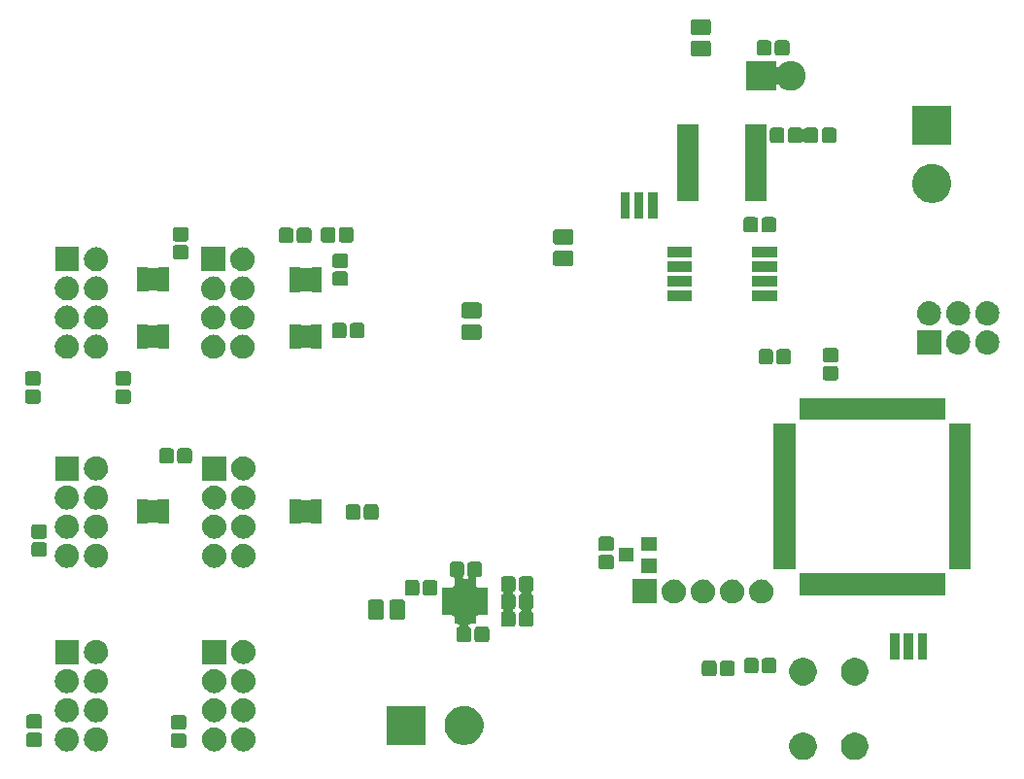
<source format=gbr>
G04 #@! TF.GenerationSoftware,KiCad,Pcbnew,(5.0.2)-1*
G04 #@! TF.CreationDate,2019-02-02T15:46:13-06:00*
G04 #@! TF.ProjectId,Motor test module,4d6f746f-7220-4746-9573-74206d6f6475,rev?*
G04 #@! TF.SameCoordinates,Original*
G04 #@! TF.FileFunction,Soldermask,Top*
G04 #@! TF.FilePolarity,Negative*
%FSLAX46Y46*%
G04 Gerber Fmt 4.6, Leading zero omitted, Abs format (unit mm)*
G04 Created by KiCad (PCBNEW (5.0.2)-1) date 2/2/2019 3:46:13 PM*
%MOMM*%
%LPD*%
G01*
G04 APERTURE LIST*
%ADD10C,0.100000*%
G04 APERTURE END LIST*
D10*
G36*
X166593026Y-126504115D02*
X166811412Y-126594573D01*
X167007958Y-126725901D01*
X167175099Y-126893042D01*
X167306427Y-127089588D01*
X167396885Y-127307974D01*
X167443000Y-127539809D01*
X167443000Y-127776191D01*
X167396885Y-128008026D01*
X167306427Y-128226412D01*
X167175099Y-128422958D01*
X167007958Y-128590099D01*
X166811412Y-128721427D01*
X166593026Y-128811885D01*
X166361191Y-128858000D01*
X166124809Y-128858000D01*
X165892974Y-128811885D01*
X165674588Y-128721427D01*
X165478042Y-128590099D01*
X165310901Y-128422958D01*
X165179573Y-128226412D01*
X165089115Y-128008026D01*
X165043000Y-127776191D01*
X165043000Y-127539809D01*
X165089115Y-127307974D01*
X165179573Y-127089588D01*
X165310901Y-126893042D01*
X165478042Y-126725901D01*
X165674588Y-126594573D01*
X165892974Y-126504115D01*
X166124809Y-126458000D01*
X166361191Y-126458000D01*
X166593026Y-126504115D01*
X166593026Y-126504115D01*
G37*
G36*
X162093026Y-126504115D02*
X162311412Y-126594573D01*
X162507958Y-126725901D01*
X162675099Y-126893042D01*
X162806427Y-127089588D01*
X162896885Y-127307974D01*
X162943000Y-127539809D01*
X162943000Y-127776191D01*
X162896885Y-128008026D01*
X162806427Y-128226412D01*
X162675099Y-128422958D01*
X162507958Y-128590099D01*
X162311412Y-128721427D01*
X162093026Y-128811885D01*
X161861191Y-128858000D01*
X161624809Y-128858000D01*
X161392974Y-128811885D01*
X161174588Y-128721427D01*
X160978042Y-128590099D01*
X160810901Y-128422958D01*
X160679573Y-128226412D01*
X160589115Y-128008026D01*
X160543000Y-127776191D01*
X160543000Y-127539809D01*
X160589115Y-127307974D01*
X160679573Y-127089588D01*
X160810901Y-126893042D01*
X160978042Y-126725901D01*
X161174588Y-126594573D01*
X161392974Y-126504115D01*
X161624809Y-126458000D01*
X161861191Y-126458000D01*
X162093026Y-126504115D01*
X162093026Y-126504115D01*
G37*
G36*
X113095207Y-126021097D02*
X113172336Y-126028693D01*
X113304287Y-126068720D01*
X113370263Y-126088733D01*
X113552672Y-126186233D01*
X113712554Y-126317446D01*
X113843767Y-126477328D01*
X113941267Y-126659737D01*
X113942029Y-126662250D01*
X114001307Y-126857664D01*
X114021580Y-127063500D01*
X114001307Y-127269336D01*
X113989586Y-127307974D01*
X113941267Y-127467263D01*
X113843767Y-127649672D01*
X113712554Y-127809554D01*
X113552672Y-127940767D01*
X113370263Y-128038267D01*
X113304287Y-128058280D01*
X113172336Y-128098307D01*
X113095207Y-128105904D01*
X113018080Y-128113500D01*
X112914920Y-128113500D01*
X112837793Y-128105904D01*
X112760664Y-128098307D01*
X112628713Y-128058280D01*
X112562737Y-128038267D01*
X112380328Y-127940767D01*
X112220446Y-127809554D01*
X112089233Y-127649672D01*
X111991733Y-127467263D01*
X111943414Y-127307974D01*
X111931693Y-127269336D01*
X111911420Y-127063500D01*
X111931693Y-126857664D01*
X111990971Y-126662250D01*
X111991733Y-126659737D01*
X112089233Y-126477328D01*
X112220446Y-126317446D01*
X112380328Y-126186233D01*
X112562737Y-126088733D01*
X112628713Y-126068720D01*
X112760664Y-126028693D01*
X112837793Y-126021097D01*
X112914920Y-126013500D01*
X113018080Y-126013500D01*
X113095207Y-126021097D01*
X113095207Y-126021097D01*
G37*
G36*
X97728207Y-126021097D02*
X97805336Y-126028693D01*
X97937287Y-126068720D01*
X98003263Y-126088733D01*
X98185672Y-126186233D01*
X98345554Y-126317446D01*
X98476767Y-126477328D01*
X98574267Y-126659737D01*
X98575029Y-126662250D01*
X98634307Y-126857664D01*
X98654580Y-127063500D01*
X98634307Y-127269336D01*
X98622586Y-127307974D01*
X98574267Y-127467263D01*
X98476767Y-127649672D01*
X98345554Y-127809554D01*
X98185672Y-127940767D01*
X98003263Y-128038267D01*
X97937287Y-128058280D01*
X97805336Y-128098307D01*
X97728207Y-128105904D01*
X97651080Y-128113500D01*
X97547920Y-128113500D01*
X97470793Y-128105904D01*
X97393664Y-128098307D01*
X97261713Y-128058280D01*
X97195737Y-128038267D01*
X97013328Y-127940767D01*
X96853446Y-127809554D01*
X96722233Y-127649672D01*
X96624733Y-127467263D01*
X96576414Y-127307974D01*
X96564693Y-127269336D01*
X96544420Y-127063500D01*
X96564693Y-126857664D01*
X96623971Y-126662250D01*
X96624733Y-126659737D01*
X96722233Y-126477328D01*
X96853446Y-126317446D01*
X97013328Y-126186233D01*
X97195737Y-126088733D01*
X97261713Y-126068720D01*
X97393664Y-126028693D01*
X97470793Y-126021097D01*
X97547920Y-126013500D01*
X97651080Y-126013500D01*
X97728207Y-126021097D01*
X97728207Y-126021097D01*
G37*
G36*
X100268207Y-126021097D02*
X100345336Y-126028693D01*
X100477287Y-126068720D01*
X100543263Y-126088733D01*
X100725672Y-126186233D01*
X100885554Y-126317446D01*
X101016767Y-126477328D01*
X101114267Y-126659737D01*
X101115029Y-126662250D01*
X101174307Y-126857664D01*
X101194580Y-127063500D01*
X101174307Y-127269336D01*
X101162586Y-127307974D01*
X101114267Y-127467263D01*
X101016767Y-127649672D01*
X100885554Y-127809554D01*
X100725672Y-127940767D01*
X100543263Y-128038267D01*
X100477287Y-128058280D01*
X100345336Y-128098307D01*
X100268207Y-128105904D01*
X100191080Y-128113500D01*
X100087920Y-128113500D01*
X100010793Y-128105904D01*
X99933664Y-128098307D01*
X99801713Y-128058280D01*
X99735737Y-128038267D01*
X99553328Y-127940767D01*
X99393446Y-127809554D01*
X99262233Y-127649672D01*
X99164733Y-127467263D01*
X99116414Y-127307974D01*
X99104693Y-127269336D01*
X99084420Y-127063500D01*
X99104693Y-126857664D01*
X99163971Y-126662250D01*
X99164733Y-126659737D01*
X99262233Y-126477328D01*
X99393446Y-126317446D01*
X99553328Y-126186233D01*
X99735737Y-126088733D01*
X99801713Y-126068720D01*
X99933664Y-126028693D01*
X100010793Y-126021097D01*
X100087920Y-126013500D01*
X100191080Y-126013500D01*
X100268207Y-126021097D01*
X100268207Y-126021097D01*
G37*
G36*
X110555207Y-126021097D02*
X110632336Y-126028693D01*
X110764287Y-126068720D01*
X110830263Y-126088733D01*
X111012672Y-126186233D01*
X111172554Y-126317446D01*
X111303767Y-126477328D01*
X111401267Y-126659737D01*
X111402029Y-126662250D01*
X111461307Y-126857664D01*
X111481580Y-127063500D01*
X111461307Y-127269336D01*
X111449586Y-127307974D01*
X111401267Y-127467263D01*
X111303767Y-127649672D01*
X111172554Y-127809554D01*
X111012672Y-127940767D01*
X110830263Y-128038267D01*
X110764287Y-128058280D01*
X110632336Y-128098307D01*
X110555207Y-128105904D01*
X110478080Y-128113500D01*
X110374920Y-128113500D01*
X110297793Y-128105904D01*
X110220664Y-128098307D01*
X110088713Y-128058280D01*
X110022737Y-128038267D01*
X109840328Y-127940767D01*
X109680446Y-127809554D01*
X109549233Y-127649672D01*
X109451733Y-127467263D01*
X109403414Y-127307974D01*
X109391693Y-127269336D01*
X109371420Y-127063500D01*
X109391693Y-126857664D01*
X109450971Y-126662250D01*
X109451733Y-126659737D01*
X109549233Y-126477328D01*
X109680446Y-126317446D01*
X109840328Y-126186233D01*
X110022737Y-126088733D01*
X110088713Y-126068720D01*
X110220664Y-126028693D01*
X110297793Y-126021097D01*
X110374920Y-126013500D01*
X110478080Y-126013500D01*
X110555207Y-126021097D01*
X110555207Y-126021097D01*
G37*
G36*
X107783622Y-126520517D02*
X107831585Y-126535066D01*
X107875775Y-126558686D01*
X107914518Y-126590482D01*
X107946314Y-126629225D01*
X107969934Y-126673415D01*
X107984483Y-126721378D01*
X107990000Y-126777391D01*
X107990000Y-127527609D01*
X107984483Y-127583622D01*
X107969934Y-127631585D01*
X107946314Y-127675775D01*
X107914518Y-127714518D01*
X107875775Y-127746314D01*
X107831585Y-127769934D01*
X107783622Y-127784483D01*
X107727609Y-127790000D01*
X106902391Y-127790000D01*
X106846378Y-127784483D01*
X106798415Y-127769934D01*
X106754225Y-127746314D01*
X106715482Y-127714518D01*
X106683686Y-127675775D01*
X106660066Y-127631585D01*
X106645517Y-127583622D01*
X106640000Y-127527609D01*
X106640000Y-126777391D01*
X106645517Y-126721378D01*
X106660066Y-126673415D01*
X106683686Y-126629225D01*
X106715482Y-126590482D01*
X106754225Y-126558686D01*
X106798415Y-126535066D01*
X106846378Y-126520517D01*
X106902391Y-126515000D01*
X107727609Y-126515000D01*
X107783622Y-126520517D01*
X107783622Y-126520517D01*
G37*
G36*
X95210622Y-126469617D02*
X95258585Y-126484166D01*
X95302775Y-126507786D01*
X95341518Y-126539582D01*
X95373314Y-126578325D01*
X95396934Y-126622515D01*
X95411483Y-126670478D01*
X95417000Y-126726491D01*
X95417000Y-127476709D01*
X95411483Y-127532722D01*
X95396934Y-127580685D01*
X95373314Y-127624875D01*
X95341518Y-127663618D01*
X95302775Y-127695414D01*
X95258585Y-127719034D01*
X95210622Y-127733583D01*
X95154609Y-127739100D01*
X94329391Y-127739100D01*
X94273378Y-127733583D01*
X94225415Y-127719034D01*
X94181225Y-127695414D01*
X94142482Y-127663618D01*
X94110686Y-127624875D01*
X94087066Y-127580685D01*
X94072517Y-127532722D01*
X94067000Y-127476709D01*
X94067000Y-126726491D01*
X94072517Y-126670478D01*
X94087066Y-126622515D01*
X94110686Y-126578325D01*
X94142482Y-126539582D01*
X94181225Y-126507786D01*
X94225415Y-126484166D01*
X94273378Y-126469617D01*
X94329391Y-126464100D01*
X95154609Y-126464100D01*
X95210622Y-126469617D01*
X95210622Y-126469617D01*
G37*
G36*
X128827000Y-127557000D02*
X125427000Y-127557000D01*
X125427000Y-124157000D01*
X128827000Y-124157000D01*
X128827000Y-127557000D01*
X128827000Y-127557000D01*
G37*
G36*
X132593393Y-124200553D02*
X132702872Y-124222330D01*
X133012252Y-124350479D01*
X133290687Y-124536523D01*
X133527477Y-124773313D01*
X133713521Y-125051748D01*
X133841670Y-125361128D01*
X133841670Y-125361129D01*
X133907000Y-125689563D01*
X133907000Y-126024437D01*
X133873921Y-126190737D01*
X133841670Y-126352872D01*
X133713521Y-126662252D01*
X133527477Y-126940687D01*
X133290687Y-127177477D01*
X133012252Y-127363521D01*
X132702872Y-127491670D01*
X132593393Y-127513447D01*
X132374437Y-127557000D01*
X132039563Y-127557000D01*
X131820607Y-127513447D01*
X131711128Y-127491670D01*
X131401748Y-127363521D01*
X131123313Y-127177477D01*
X130886523Y-126940687D01*
X130700479Y-126662252D01*
X130572330Y-126352872D01*
X130540079Y-126190737D01*
X130507000Y-126024437D01*
X130507000Y-125689563D01*
X130572330Y-125361129D01*
X130572330Y-125361128D01*
X130700479Y-125051748D01*
X130886523Y-124773313D01*
X131123313Y-124536523D01*
X131401748Y-124350479D01*
X131711128Y-124222330D01*
X131820607Y-124200553D01*
X132039563Y-124157000D01*
X132374437Y-124157000D01*
X132593393Y-124200553D01*
X132593393Y-124200553D01*
G37*
G36*
X107783622Y-124945517D02*
X107831585Y-124960066D01*
X107875775Y-124983686D01*
X107914518Y-125015482D01*
X107946314Y-125054225D01*
X107969934Y-125098415D01*
X107984483Y-125146378D01*
X107990000Y-125202391D01*
X107990000Y-125952609D01*
X107984483Y-126008622D01*
X107969934Y-126056585D01*
X107946314Y-126100775D01*
X107914518Y-126139518D01*
X107875775Y-126171314D01*
X107831585Y-126194934D01*
X107783622Y-126209483D01*
X107727609Y-126215000D01*
X106902391Y-126215000D01*
X106846378Y-126209483D01*
X106798415Y-126194934D01*
X106754225Y-126171314D01*
X106715482Y-126139518D01*
X106683686Y-126100775D01*
X106660066Y-126056585D01*
X106645517Y-126008622D01*
X106640000Y-125952609D01*
X106640000Y-125202391D01*
X106645517Y-125146378D01*
X106660066Y-125098415D01*
X106683686Y-125054225D01*
X106715482Y-125015482D01*
X106754225Y-124983686D01*
X106798415Y-124960066D01*
X106846378Y-124945517D01*
X106902391Y-124940000D01*
X107727609Y-124940000D01*
X107783622Y-124945517D01*
X107783622Y-124945517D01*
G37*
G36*
X95210622Y-124894617D02*
X95258585Y-124909166D01*
X95302775Y-124932786D01*
X95341518Y-124964582D01*
X95373314Y-125003325D01*
X95396934Y-125047515D01*
X95411483Y-125095478D01*
X95417000Y-125151491D01*
X95417000Y-125901709D01*
X95411483Y-125957722D01*
X95396934Y-126005685D01*
X95373314Y-126049875D01*
X95341518Y-126088618D01*
X95302775Y-126120414D01*
X95258585Y-126144034D01*
X95210622Y-126158583D01*
X95154609Y-126164100D01*
X94329391Y-126164100D01*
X94273378Y-126158583D01*
X94225415Y-126144034D01*
X94181225Y-126120414D01*
X94142482Y-126088618D01*
X94110686Y-126049875D01*
X94087066Y-126005685D01*
X94072517Y-125957722D01*
X94067000Y-125901709D01*
X94067000Y-125151491D01*
X94072517Y-125095478D01*
X94087066Y-125047515D01*
X94110686Y-125003325D01*
X94142482Y-124964582D01*
X94181225Y-124932786D01*
X94225415Y-124909166D01*
X94273378Y-124894617D01*
X94329391Y-124889100D01*
X95154609Y-124889100D01*
X95210622Y-124894617D01*
X95210622Y-124894617D01*
G37*
G36*
X113095207Y-123481097D02*
X113172336Y-123488693D01*
X113304287Y-123528720D01*
X113370263Y-123548733D01*
X113552672Y-123646233D01*
X113712554Y-123777446D01*
X113843767Y-123937328D01*
X113941267Y-124119737D01*
X113941267Y-124119738D01*
X114001307Y-124317664D01*
X114021580Y-124523500D01*
X114001307Y-124729336D01*
X113961280Y-124861287D01*
X113941267Y-124927263D01*
X113843767Y-125109672D01*
X113712554Y-125269554D01*
X113552672Y-125400767D01*
X113370263Y-125498267D01*
X113304287Y-125518280D01*
X113172336Y-125558307D01*
X113095207Y-125565904D01*
X113018080Y-125573500D01*
X112914920Y-125573500D01*
X112837793Y-125565904D01*
X112760664Y-125558307D01*
X112628713Y-125518280D01*
X112562737Y-125498267D01*
X112380328Y-125400767D01*
X112220446Y-125269554D01*
X112089233Y-125109672D01*
X111991733Y-124927263D01*
X111971720Y-124861287D01*
X111931693Y-124729336D01*
X111911420Y-124523500D01*
X111931693Y-124317664D01*
X111991733Y-124119738D01*
X111991733Y-124119737D01*
X112089233Y-123937328D01*
X112220446Y-123777446D01*
X112380328Y-123646233D01*
X112562737Y-123548733D01*
X112628713Y-123528720D01*
X112760664Y-123488693D01*
X112837793Y-123481097D01*
X112914920Y-123473500D01*
X113018080Y-123473500D01*
X113095207Y-123481097D01*
X113095207Y-123481097D01*
G37*
G36*
X97728207Y-123481097D02*
X97805336Y-123488693D01*
X97937287Y-123528720D01*
X98003263Y-123548733D01*
X98185672Y-123646233D01*
X98345554Y-123777446D01*
X98476767Y-123937328D01*
X98574267Y-124119737D01*
X98574267Y-124119738D01*
X98634307Y-124317664D01*
X98654580Y-124523500D01*
X98634307Y-124729336D01*
X98594280Y-124861287D01*
X98574267Y-124927263D01*
X98476767Y-125109672D01*
X98345554Y-125269554D01*
X98185672Y-125400767D01*
X98003263Y-125498267D01*
X97937287Y-125518280D01*
X97805336Y-125558307D01*
X97728207Y-125565904D01*
X97651080Y-125573500D01*
X97547920Y-125573500D01*
X97470793Y-125565904D01*
X97393664Y-125558307D01*
X97261713Y-125518280D01*
X97195737Y-125498267D01*
X97013328Y-125400767D01*
X96853446Y-125269554D01*
X96722233Y-125109672D01*
X96624733Y-124927263D01*
X96604720Y-124861287D01*
X96564693Y-124729336D01*
X96544420Y-124523500D01*
X96564693Y-124317664D01*
X96624733Y-124119738D01*
X96624733Y-124119737D01*
X96722233Y-123937328D01*
X96853446Y-123777446D01*
X97013328Y-123646233D01*
X97195737Y-123548733D01*
X97261713Y-123528720D01*
X97393664Y-123488693D01*
X97470793Y-123481097D01*
X97547920Y-123473500D01*
X97651080Y-123473500D01*
X97728207Y-123481097D01*
X97728207Y-123481097D01*
G37*
G36*
X100268207Y-123481097D02*
X100345336Y-123488693D01*
X100477287Y-123528720D01*
X100543263Y-123548733D01*
X100725672Y-123646233D01*
X100885554Y-123777446D01*
X101016767Y-123937328D01*
X101114267Y-124119737D01*
X101114267Y-124119738D01*
X101174307Y-124317664D01*
X101194580Y-124523500D01*
X101174307Y-124729336D01*
X101134280Y-124861287D01*
X101114267Y-124927263D01*
X101016767Y-125109672D01*
X100885554Y-125269554D01*
X100725672Y-125400767D01*
X100543263Y-125498267D01*
X100477287Y-125518280D01*
X100345336Y-125558307D01*
X100268207Y-125565904D01*
X100191080Y-125573500D01*
X100087920Y-125573500D01*
X100010793Y-125565904D01*
X99933664Y-125558307D01*
X99801713Y-125518280D01*
X99735737Y-125498267D01*
X99553328Y-125400767D01*
X99393446Y-125269554D01*
X99262233Y-125109672D01*
X99164733Y-124927263D01*
X99144720Y-124861287D01*
X99104693Y-124729336D01*
X99084420Y-124523500D01*
X99104693Y-124317664D01*
X99164733Y-124119738D01*
X99164733Y-124119737D01*
X99262233Y-123937328D01*
X99393446Y-123777446D01*
X99553328Y-123646233D01*
X99735737Y-123548733D01*
X99801713Y-123528720D01*
X99933664Y-123488693D01*
X100010793Y-123481097D01*
X100087920Y-123473500D01*
X100191080Y-123473500D01*
X100268207Y-123481097D01*
X100268207Y-123481097D01*
G37*
G36*
X110555207Y-123481097D02*
X110632336Y-123488693D01*
X110764287Y-123528720D01*
X110830263Y-123548733D01*
X111012672Y-123646233D01*
X111172554Y-123777446D01*
X111303767Y-123937328D01*
X111401267Y-124119737D01*
X111401267Y-124119738D01*
X111461307Y-124317664D01*
X111481580Y-124523500D01*
X111461307Y-124729336D01*
X111421280Y-124861287D01*
X111401267Y-124927263D01*
X111303767Y-125109672D01*
X111172554Y-125269554D01*
X111012672Y-125400767D01*
X110830263Y-125498267D01*
X110764287Y-125518280D01*
X110632336Y-125558307D01*
X110555207Y-125565904D01*
X110478080Y-125573500D01*
X110374920Y-125573500D01*
X110297793Y-125565904D01*
X110220664Y-125558307D01*
X110088713Y-125518280D01*
X110022737Y-125498267D01*
X109840328Y-125400767D01*
X109680446Y-125269554D01*
X109549233Y-125109672D01*
X109451733Y-124927263D01*
X109431720Y-124861287D01*
X109391693Y-124729336D01*
X109371420Y-124523500D01*
X109391693Y-124317664D01*
X109451733Y-124119738D01*
X109451733Y-124119737D01*
X109549233Y-123937328D01*
X109680446Y-123777446D01*
X109840328Y-123646233D01*
X110022737Y-123548733D01*
X110088713Y-123528720D01*
X110220664Y-123488693D01*
X110297793Y-123481097D01*
X110374920Y-123473500D01*
X110478080Y-123473500D01*
X110555207Y-123481097D01*
X110555207Y-123481097D01*
G37*
G36*
X110555207Y-120941096D02*
X110632336Y-120948693D01*
X110764287Y-120988720D01*
X110830263Y-121008733D01*
X111012672Y-121106233D01*
X111172554Y-121237446D01*
X111303767Y-121397328D01*
X111401267Y-121579737D01*
X111401267Y-121579738D01*
X111461307Y-121777664D01*
X111481580Y-121983500D01*
X111461307Y-122189336D01*
X111451572Y-122221427D01*
X111401267Y-122387263D01*
X111303767Y-122569672D01*
X111172554Y-122729554D01*
X111012672Y-122860767D01*
X110830263Y-122958267D01*
X110764287Y-122978280D01*
X110632336Y-123018307D01*
X110555207Y-123025904D01*
X110478080Y-123033500D01*
X110374920Y-123033500D01*
X110297793Y-123025904D01*
X110220664Y-123018307D01*
X110088713Y-122978280D01*
X110022737Y-122958267D01*
X109840328Y-122860767D01*
X109680446Y-122729554D01*
X109549233Y-122569672D01*
X109451733Y-122387263D01*
X109401428Y-122221427D01*
X109391693Y-122189336D01*
X109371420Y-121983500D01*
X109391693Y-121777664D01*
X109451733Y-121579738D01*
X109451733Y-121579737D01*
X109549233Y-121397328D01*
X109680446Y-121237446D01*
X109840328Y-121106233D01*
X110022737Y-121008733D01*
X110088713Y-120988720D01*
X110220664Y-120948693D01*
X110297793Y-120941096D01*
X110374920Y-120933500D01*
X110478080Y-120933500D01*
X110555207Y-120941096D01*
X110555207Y-120941096D01*
G37*
G36*
X113095207Y-120941096D02*
X113172336Y-120948693D01*
X113304287Y-120988720D01*
X113370263Y-121008733D01*
X113552672Y-121106233D01*
X113712554Y-121237446D01*
X113843767Y-121397328D01*
X113941267Y-121579737D01*
X113941267Y-121579738D01*
X114001307Y-121777664D01*
X114021580Y-121983500D01*
X114001307Y-122189336D01*
X113991572Y-122221427D01*
X113941267Y-122387263D01*
X113843767Y-122569672D01*
X113712554Y-122729554D01*
X113552672Y-122860767D01*
X113370263Y-122958267D01*
X113304287Y-122978280D01*
X113172336Y-123018307D01*
X113095207Y-123025904D01*
X113018080Y-123033500D01*
X112914920Y-123033500D01*
X112837793Y-123025904D01*
X112760664Y-123018307D01*
X112628713Y-122978280D01*
X112562737Y-122958267D01*
X112380328Y-122860767D01*
X112220446Y-122729554D01*
X112089233Y-122569672D01*
X111991733Y-122387263D01*
X111941428Y-122221427D01*
X111931693Y-122189336D01*
X111911420Y-121983500D01*
X111931693Y-121777664D01*
X111991733Y-121579738D01*
X111991733Y-121579737D01*
X112089233Y-121397328D01*
X112220446Y-121237446D01*
X112380328Y-121106233D01*
X112562737Y-121008733D01*
X112628713Y-120988720D01*
X112760664Y-120948693D01*
X112837793Y-120941096D01*
X112914920Y-120933500D01*
X113018080Y-120933500D01*
X113095207Y-120941096D01*
X113095207Y-120941096D01*
G37*
G36*
X100268207Y-120941096D02*
X100345336Y-120948693D01*
X100477287Y-120988720D01*
X100543263Y-121008733D01*
X100725672Y-121106233D01*
X100885554Y-121237446D01*
X101016767Y-121397328D01*
X101114267Y-121579737D01*
X101114267Y-121579738D01*
X101174307Y-121777664D01*
X101194580Y-121983500D01*
X101174307Y-122189336D01*
X101164572Y-122221427D01*
X101114267Y-122387263D01*
X101016767Y-122569672D01*
X100885554Y-122729554D01*
X100725672Y-122860767D01*
X100543263Y-122958267D01*
X100477287Y-122978280D01*
X100345336Y-123018307D01*
X100268207Y-123025904D01*
X100191080Y-123033500D01*
X100087920Y-123033500D01*
X100010793Y-123025904D01*
X99933664Y-123018307D01*
X99801713Y-122978280D01*
X99735737Y-122958267D01*
X99553328Y-122860767D01*
X99393446Y-122729554D01*
X99262233Y-122569672D01*
X99164733Y-122387263D01*
X99114428Y-122221427D01*
X99104693Y-122189336D01*
X99084420Y-121983500D01*
X99104693Y-121777664D01*
X99164733Y-121579738D01*
X99164733Y-121579737D01*
X99262233Y-121397328D01*
X99393446Y-121237446D01*
X99553328Y-121106233D01*
X99735737Y-121008733D01*
X99801713Y-120988720D01*
X99933664Y-120948693D01*
X100010793Y-120941096D01*
X100087920Y-120933500D01*
X100191080Y-120933500D01*
X100268207Y-120941096D01*
X100268207Y-120941096D01*
G37*
G36*
X97728207Y-120941096D02*
X97805336Y-120948693D01*
X97937287Y-120988720D01*
X98003263Y-121008733D01*
X98185672Y-121106233D01*
X98345554Y-121237446D01*
X98476767Y-121397328D01*
X98574267Y-121579737D01*
X98574267Y-121579738D01*
X98634307Y-121777664D01*
X98654580Y-121983500D01*
X98634307Y-122189336D01*
X98624572Y-122221427D01*
X98574267Y-122387263D01*
X98476767Y-122569672D01*
X98345554Y-122729554D01*
X98185672Y-122860767D01*
X98003263Y-122958267D01*
X97937287Y-122978280D01*
X97805336Y-123018307D01*
X97728207Y-123025904D01*
X97651080Y-123033500D01*
X97547920Y-123033500D01*
X97470793Y-123025904D01*
X97393664Y-123018307D01*
X97261713Y-122978280D01*
X97195737Y-122958267D01*
X97013328Y-122860767D01*
X96853446Y-122729554D01*
X96722233Y-122569672D01*
X96624733Y-122387263D01*
X96574428Y-122221427D01*
X96564693Y-122189336D01*
X96544420Y-121983500D01*
X96564693Y-121777664D01*
X96624733Y-121579738D01*
X96624733Y-121579737D01*
X96722233Y-121397328D01*
X96853446Y-121237446D01*
X97013328Y-121106233D01*
X97195737Y-121008733D01*
X97261713Y-120988720D01*
X97393664Y-120948693D01*
X97470793Y-120941096D01*
X97547920Y-120933500D01*
X97651080Y-120933500D01*
X97728207Y-120941096D01*
X97728207Y-120941096D01*
G37*
G36*
X166593026Y-120004115D02*
X166811412Y-120094573D01*
X167007958Y-120225901D01*
X167175099Y-120393042D01*
X167306427Y-120589588D01*
X167396885Y-120807974D01*
X167443000Y-121039809D01*
X167443000Y-121276191D01*
X167396885Y-121508026D01*
X167306427Y-121726412D01*
X167175099Y-121922958D01*
X167007958Y-122090099D01*
X166811412Y-122221427D01*
X166593026Y-122311885D01*
X166361191Y-122358000D01*
X166124809Y-122358000D01*
X165892974Y-122311885D01*
X165674588Y-122221427D01*
X165478042Y-122090099D01*
X165310901Y-121922958D01*
X165179573Y-121726412D01*
X165089115Y-121508026D01*
X165043000Y-121276191D01*
X165043000Y-121039809D01*
X165089115Y-120807974D01*
X165179573Y-120589588D01*
X165310901Y-120393042D01*
X165478042Y-120225901D01*
X165674588Y-120094573D01*
X165892974Y-120004115D01*
X166124809Y-119958000D01*
X166361191Y-119958000D01*
X166593026Y-120004115D01*
X166593026Y-120004115D01*
G37*
G36*
X162093026Y-120004115D02*
X162311412Y-120094573D01*
X162507958Y-120225901D01*
X162675099Y-120393042D01*
X162806427Y-120589588D01*
X162896885Y-120807974D01*
X162943000Y-121039809D01*
X162943000Y-121276191D01*
X162896885Y-121508026D01*
X162806427Y-121726412D01*
X162675099Y-121922958D01*
X162507958Y-122090099D01*
X162311412Y-122221427D01*
X162093026Y-122311885D01*
X161861191Y-122358000D01*
X161624809Y-122358000D01*
X161392974Y-122311885D01*
X161174588Y-122221427D01*
X160978042Y-122090099D01*
X160810901Y-121922958D01*
X160679573Y-121726412D01*
X160589115Y-121508026D01*
X160543000Y-121276191D01*
X160543000Y-121039809D01*
X160589115Y-120807974D01*
X160679573Y-120589588D01*
X160810901Y-120393042D01*
X160978042Y-120225901D01*
X161174588Y-120094573D01*
X161392974Y-120004115D01*
X161624809Y-119958000D01*
X161861191Y-119958000D01*
X162093026Y-120004115D01*
X162093026Y-120004115D01*
G37*
G36*
X155574523Y-120209117D02*
X155622486Y-120223666D01*
X155666676Y-120247286D01*
X155705419Y-120279082D01*
X155737215Y-120317825D01*
X155760835Y-120362015D01*
X155775384Y-120409978D01*
X155780901Y-120465991D01*
X155780901Y-121291209D01*
X155775384Y-121347222D01*
X155760835Y-121395185D01*
X155737215Y-121439375D01*
X155705419Y-121478118D01*
X155666676Y-121509914D01*
X155622486Y-121533534D01*
X155574523Y-121548083D01*
X155518510Y-121553600D01*
X154768292Y-121553600D01*
X154712279Y-121548083D01*
X154664316Y-121533534D01*
X154620126Y-121509914D01*
X154581383Y-121478118D01*
X154549587Y-121439375D01*
X154525967Y-121395185D01*
X154511418Y-121347222D01*
X154505901Y-121291209D01*
X154505901Y-120465991D01*
X154511418Y-120409978D01*
X154525967Y-120362015D01*
X154549587Y-120317825D01*
X154581383Y-120279082D01*
X154620126Y-120247286D01*
X154664316Y-120223666D01*
X154712279Y-120209117D01*
X154768292Y-120203600D01*
X155518510Y-120203600D01*
X155574523Y-120209117D01*
X155574523Y-120209117D01*
G37*
G36*
X153999523Y-120209117D02*
X154047486Y-120223666D01*
X154091676Y-120247286D01*
X154130419Y-120279082D01*
X154162215Y-120317825D01*
X154185835Y-120362015D01*
X154200384Y-120409978D01*
X154205901Y-120465991D01*
X154205901Y-121291209D01*
X154200384Y-121347222D01*
X154185835Y-121395185D01*
X154162215Y-121439375D01*
X154130419Y-121478118D01*
X154091676Y-121509914D01*
X154047486Y-121533534D01*
X153999523Y-121548083D01*
X153943510Y-121553600D01*
X153193292Y-121553600D01*
X153137279Y-121548083D01*
X153089316Y-121533534D01*
X153045126Y-121509914D01*
X153006383Y-121478118D01*
X152974587Y-121439375D01*
X152950967Y-121395185D01*
X152936418Y-121347222D01*
X152930901Y-121291209D01*
X152930901Y-120465991D01*
X152936418Y-120409978D01*
X152950967Y-120362015D01*
X152974587Y-120317825D01*
X153006383Y-120279082D01*
X153045126Y-120247286D01*
X153089316Y-120223666D01*
X153137279Y-120209117D01*
X153193292Y-120203600D01*
X153943510Y-120203600D01*
X153999523Y-120209117D01*
X153999523Y-120209117D01*
G37*
G36*
X159232122Y-119980517D02*
X159280085Y-119995066D01*
X159324275Y-120018686D01*
X159363018Y-120050482D01*
X159394814Y-120089225D01*
X159418434Y-120133415D01*
X159432983Y-120181378D01*
X159438500Y-120237391D01*
X159438500Y-121062609D01*
X159432983Y-121118622D01*
X159418434Y-121166585D01*
X159394814Y-121210775D01*
X159363018Y-121249518D01*
X159324275Y-121281314D01*
X159280085Y-121304934D01*
X159232122Y-121319483D01*
X159176109Y-121325000D01*
X158425891Y-121325000D01*
X158369878Y-121319483D01*
X158321915Y-121304934D01*
X158277725Y-121281314D01*
X158238982Y-121249518D01*
X158207186Y-121210775D01*
X158183566Y-121166585D01*
X158169017Y-121118622D01*
X158163500Y-121062609D01*
X158163500Y-120237391D01*
X158169017Y-120181378D01*
X158183566Y-120133415D01*
X158207186Y-120089225D01*
X158238982Y-120050482D01*
X158277725Y-120018686D01*
X158321915Y-119995066D01*
X158369878Y-119980517D01*
X158425891Y-119975000D01*
X159176109Y-119975000D01*
X159232122Y-119980517D01*
X159232122Y-119980517D01*
G37*
G36*
X157657122Y-119980517D02*
X157705085Y-119995066D01*
X157749275Y-120018686D01*
X157788018Y-120050482D01*
X157819814Y-120089225D01*
X157843434Y-120133415D01*
X157857983Y-120181378D01*
X157863500Y-120237391D01*
X157863500Y-121062609D01*
X157857983Y-121118622D01*
X157843434Y-121166585D01*
X157819814Y-121210775D01*
X157788018Y-121249518D01*
X157749275Y-121281314D01*
X157705085Y-121304934D01*
X157657122Y-121319483D01*
X157601109Y-121325000D01*
X156850891Y-121325000D01*
X156794878Y-121319483D01*
X156746915Y-121304934D01*
X156702725Y-121281314D01*
X156663982Y-121249518D01*
X156632186Y-121210775D01*
X156608566Y-121166585D01*
X156594017Y-121118622D01*
X156588500Y-121062609D01*
X156588500Y-120237391D01*
X156594017Y-120181378D01*
X156608566Y-120133415D01*
X156632186Y-120089225D01*
X156663982Y-120050482D01*
X156702725Y-120018686D01*
X156746915Y-119995066D01*
X156794878Y-119980517D01*
X156850891Y-119975000D01*
X157601109Y-119975000D01*
X157657122Y-119980517D01*
X157657122Y-119980517D01*
G37*
G36*
X113095207Y-118401097D02*
X113172336Y-118408693D01*
X113304287Y-118448720D01*
X113370263Y-118468733D01*
X113552672Y-118566233D01*
X113712554Y-118697446D01*
X113843767Y-118857328D01*
X113941267Y-119039737D01*
X113941267Y-119039738D01*
X114001307Y-119237664D01*
X114021580Y-119443500D01*
X114001307Y-119649336D01*
X113961280Y-119781287D01*
X113941267Y-119847263D01*
X113843767Y-120029672D01*
X113712554Y-120189554D01*
X113552672Y-120320767D01*
X113370263Y-120418267D01*
X113304287Y-120438280D01*
X113172336Y-120478307D01*
X113095207Y-120485904D01*
X113018080Y-120493500D01*
X112914920Y-120493500D01*
X112837793Y-120485904D01*
X112760664Y-120478307D01*
X112628713Y-120438280D01*
X112562737Y-120418267D01*
X112380328Y-120320767D01*
X112220446Y-120189554D01*
X112089233Y-120029672D01*
X111991733Y-119847263D01*
X111971720Y-119781287D01*
X111931693Y-119649336D01*
X111911420Y-119443500D01*
X111931693Y-119237664D01*
X111991733Y-119039738D01*
X111991733Y-119039737D01*
X112089233Y-118857328D01*
X112220446Y-118697446D01*
X112380328Y-118566233D01*
X112562737Y-118468733D01*
X112628713Y-118448720D01*
X112760664Y-118408693D01*
X112837793Y-118401097D01*
X112914920Y-118393500D01*
X113018080Y-118393500D01*
X113095207Y-118401097D01*
X113095207Y-118401097D01*
G37*
G36*
X100268207Y-118401097D02*
X100345336Y-118408693D01*
X100477287Y-118448720D01*
X100543263Y-118468733D01*
X100725672Y-118566233D01*
X100885554Y-118697446D01*
X101016767Y-118857328D01*
X101114267Y-119039737D01*
X101114267Y-119039738D01*
X101174307Y-119237664D01*
X101194580Y-119443500D01*
X101174307Y-119649336D01*
X101134280Y-119781287D01*
X101114267Y-119847263D01*
X101016767Y-120029672D01*
X100885554Y-120189554D01*
X100725672Y-120320767D01*
X100543263Y-120418267D01*
X100477287Y-120438280D01*
X100345336Y-120478307D01*
X100268207Y-120485904D01*
X100191080Y-120493500D01*
X100087920Y-120493500D01*
X100010793Y-120485904D01*
X99933664Y-120478307D01*
X99801713Y-120438280D01*
X99735737Y-120418267D01*
X99553328Y-120320767D01*
X99393446Y-120189554D01*
X99262233Y-120029672D01*
X99164733Y-119847263D01*
X99144720Y-119781287D01*
X99104693Y-119649336D01*
X99084420Y-119443500D01*
X99104693Y-119237664D01*
X99164733Y-119039738D01*
X99164733Y-119039737D01*
X99262233Y-118857328D01*
X99393446Y-118697446D01*
X99553328Y-118566233D01*
X99735737Y-118468733D01*
X99801713Y-118448720D01*
X99933664Y-118408693D01*
X100010793Y-118401097D01*
X100087920Y-118393500D01*
X100191080Y-118393500D01*
X100268207Y-118401097D01*
X100268207Y-118401097D01*
G37*
G36*
X98649500Y-120493500D02*
X96549500Y-120493500D01*
X96549500Y-118393500D01*
X98649500Y-118393500D01*
X98649500Y-120493500D01*
X98649500Y-120493500D01*
G37*
G36*
X111476500Y-120493500D02*
X109376500Y-120493500D01*
X109376500Y-118393500D01*
X111476500Y-118393500D01*
X111476500Y-120493500D01*
X111476500Y-120493500D01*
G37*
G36*
X170142000Y-120149000D02*
X169342000Y-120149000D01*
X169342000Y-117849000D01*
X170142000Y-117849000D01*
X170142000Y-120149000D01*
X170142000Y-120149000D01*
G37*
G36*
X171342000Y-120149000D02*
X170542000Y-120149000D01*
X170542000Y-117849000D01*
X171342000Y-117849000D01*
X171342000Y-120149000D01*
X171342000Y-120149000D01*
G37*
G36*
X172542000Y-120149000D02*
X171742000Y-120149000D01*
X171742000Y-117849000D01*
X172542000Y-117849000D01*
X172542000Y-120149000D01*
X172542000Y-120149000D01*
G37*
G36*
X132003122Y-111598517D02*
X132051085Y-111613066D01*
X132095275Y-111636686D01*
X132134018Y-111668482D01*
X132165814Y-111707225D01*
X132189434Y-111751415D01*
X132203983Y-111799378D01*
X132209500Y-111855391D01*
X132209500Y-112680609D01*
X132203983Y-112736622D01*
X132189434Y-112784585D01*
X132165812Y-112828779D01*
X132134690Y-112866700D01*
X132121075Y-112887074D01*
X132111698Y-112909713D01*
X132106917Y-112933747D01*
X132106917Y-112958251D01*
X132111697Y-112982284D01*
X132121074Y-113004923D01*
X132134688Y-113025298D01*
X132152015Y-113042625D01*
X132172389Y-113056240D01*
X132195028Y-113065617D01*
X132219062Y-113070398D01*
X132231315Y-113071000D01*
X132487685Y-113071000D01*
X132512071Y-113068598D01*
X132535520Y-113061485D01*
X132557131Y-113049934D01*
X132576073Y-113034388D01*
X132591619Y-113015446D01*
X132603170Y-112993835D01*
X132610283Y-112970386D01*
X132612685Y-112946000D01*
X132610283Y-112921614D01*
X132603170Y-112898165D01*
X132591619Y-112876554D01*
X132584310Y-112866700D01*
X132553188Y-112828779D01*
X132529566Y-112784585D01*
X132515017Y-112736622D01*
X132509500Y-112680609D01*
X132509500Y-111855391D01*
X132515017Y-111799378D01*
X132529566Y-111751415D01*
X132553186Y-111707225D01*
X132584982Y-111668482D01*
X132623725Y-111636686D01*
X132667915Y-111613066D01*
X132715878Y-111598517D01*
X132771891Y-111593000D01*
X133522109Y-111593000D01*
X133578122Y-111598517D01*
X133626085Y-111613066D01*
X133670275Y-111636686D01*
X133709018Y-111668482D01*
X133740814Y-111707225D01*
X133764434Y-111751415D01*
X133778983Y-111799378D01*
X133784500Y-111855391D01*
X133784500Y-112680609D01*
X133778983Y-112736622D01*
X133764434Y-112784585D01*
X133740814Y-112828775D01*
X133709018Y-112867518D01*
X133670275Y-112899314D01*
X133626085Y-112922934D01*
X133578122Y-112937483D01*
X133522109Y-112943000D01*
X133335000Y-112943000D01*
X133310614Y-112945402D01*
X133287165Y-112952515D01*
X133265554Y-112964066D01*
X133246612Y-112979612D01*
X133231066Y-112998554D01*
X133219515Y-113020165D01*
X133212402Y-113043614D01*
X133210000Y-113068000D01*
X133210000Y-113646000D01*
X133212402Y-113670386D01*
X133219515Y-113693835D01*
X133231066Y-113715446D01*
X133246612Y-113734388D01*
X133265554Y-113749934D01*
X133287165Y-113761485D01*
X133310614Y-113768598D01*
X133335000Y-113771000D01*
X133351017Y-113771000D01*
X133356066Y-113780446D01*
X133371612Y-113799388D01*
X133390554Y-113814934D01*
X133412165Y-113826485D01*
X133435614Y-113833598D01*
X133460000Y-113836000D01*
X134255000Y-113836000D01*
X134255000Y-114029552D01*
X134255601Y-114041790D01*
X134256016Y-114046000D01*
X134255601Y-114050210D01*
X134255000Y-114062448D01*
X134255000Y-114529552D01*
X134255601Y-114541790D01*
X134256016Y-114546000D01*
X134255601Y-114550210D01*
X134255000Y-114562448D01*
X134255000Y-115029552D01*
X134255601Y-115041790D01*
X134256016Y-115046000D01*
X134255601Y-115050210D01*
X134255000Y-115062448D01*
X134255000Y-115529552D01*
X134255601Y-115541790D01*
X134256016Y-115546000D01*
X134255601Y-115550210D01*
X134255000Y-115562448D01*
X134255000Y-116029552D01*
X134255601Y-116041790D01*
X134256016Y-116046000D01*
X134255601Y-116050210D01*
X134255000Y-116062448D01*
X134255000Y-116256000D01*
X133460000Y-116256000D01*
X133435614Y-116258402D01*
X133412165Y-116265515D01*
X133390554Y-116277066D01*
X133371612Y-116292612D01*
X133356066Y-116311554D01*
X133351017Y-116321000D01*
X133335000Y-116321000D01*
X133310614Y-116323402D01*
X133287165Y-116330515D01*
X133265554Y-116342066D01*
X133246612Y-116357612D01*
X133231066Y-116376554D01*
X133219515Y-116398165D01*
X133212402Y-116421614D01*
X133210000Y-116446000D01*
X133210000Y-117021000D01*
X132700337Y-117021000D01*
X132675951Y-117023402D01*
X132652502Y-117030515D01*
X132630891Y-117042066D01*
X132611949Y-117057612D01*
X132596403Y-117076554D01*
X132584852Y-117098165D01*
X132577739Y-117121614D01*
X132575337Y-117146000D01*
X132577739Y-117170386D01*
X132584852Y-117193835D01*
X132596403Y-117215446D01*
X132611949Y-117234388D01*
X132630891Y-117249934D01*
X132652502Y-117261485D01*
X132659515Y-117263994D01*
X132704775Y-117288186D01*
X132743518Y-117319982D01*
X132775314Y-117358725D01*
X132798934Y-117402915D01*
X132813483Y-117450878D01*
X132819000Y-117506891D01*
X132819000Y-118332109D01*
X132813483Y-118388122D01*
X132798934Y-118436085D01*
X132775314Y-118480275D01*
X132743518Y-118519018D01*
X132704775Y-118550814D01*
X132660585Y-118574434D01*
X132612622Y-118588983D01*
X132556609Y-118594500D01*
X131806391Y-118594500D01*
X131750378Y-118588983D01*
X131702415Y-118574434D01*
X131658225Y-118550814D01*
X131619482Y-118519018D01*
X131587686Y-118480275D01*
X131564066Y-118436085D01*
X131549517Y-118388122D01*
X131544000Y-118332109D01*
X131544000Y-117506891D01*
X131549517Y-117450878D01*
X131564066Y-117402915D01*
X131587686Y-117358725D01*
X131619482Y-117319982D01*
X131658225Y-117288186D01*
X131705613Y-117262857D01*
X131721586Y-117256241D01*
X131741961Y-117242627D01*
X131759288Y-117225300D01*
X131772902Y-117204926D01*
X131782280Y-117182287D01*
X131787061Y-117158254D01*
X131787061Y-117133749D01*
X131782281Y-117109716D01*
X131772904Y-117087077D01*
X131759290Y-117066702D01*
X131741963Y-117049375D01*
X131721589Y-117035761D01*
X131698950Y-117026383D01*
X131674917Y-117021602D01*
X131662663Y-117021000D01*
X131360000Y-117021000D01*
X131360000Y-116446000D01*
X131357598Y-116421614D01*
X131350485Y-116398165D01*
X131338934Y-116376554D01*
X131323388Y-116357612D01*
X131304446Y-116342066D01*
X131282835Y-116330515D01*
X131259386Y-116323402D01*
X131235000Y-116321000D01*
X131218983Y-116321000D01*
X131213934Y-116311554D01*
X131198388Y-116292612D01*
X131179446Y-116277066D01*
X131157835Y-116265515D01*
X131134386Y-116258402D01*
X131110000Y-116256000D01*
X130315000Y-116256000D01*
X130315000Y-116062448D01*
X130314399Y-116050210D01*
X130313984Y-116046000D01*
X130314399Y-116041790D01*
X130315000Y-116029552D01*
X130315000Y-115562448D01*
X130314399Y-115550210D01*
X130313984Y-115546000D01*
X130314399Y-115541790D01*
X130315000Y-115529552D01*
X130315000Y-115062448D01*
X130314399Y-115050210D01*
X130313984Y-115046000D01*
X130314399Y-115041790D01*
X130315000Y-115029552D01*
X130315000Y-114562448D01*
X130314399Y-114550210D01*
X130313984Y-114546000D01*
X130314399Y-114541790D01*
X130315000Y-114529552D01*
X130315000Y-114062448D01*
X130314399Y-114050210D01*
X130313984Y-114046000D01*
X130314399Y-114041790D01*
X130315000Y-114029552D01*
X130315000Y-113836000D01*
X131110000Y-113836000D01*
X131134386Y-113833598D01*
X131157835Y-113826485D01*
X131179446Y-113814934D01*
X131198388Y-113799388D01*
X131213934Y-113780446D01*
X131218983Y-113771000D01*
X131235000Y-113771000D01*
X131259386Y-113768598D01*
X131282835Y-113761485D01*
X131304446Y-113749934D01*
X131323388Y-113734388D01*
X131338934Y-113715446D01*
X131350485Y-113693835D01*
X131357598Y-113670386D01*
X131360000Y-113646000D01*
X131360000Y-113068000D01*
X131357598Y-113043614D01*
X131350485Y-113020165D01*
X131338934Y-112998554D01*
X131323388Y-112979612D01*
X131304446Y-112964066D01*
X131282835Y-112952515D01*
X131259386Y-112945402D01*
X131235000Y-112943000D01*
X131196891Y-112943000D01*
X131140878Y-112937483D01*
X131092915Y-112922934D01*
X131048725Y-112899314D01*
X131009982Y-112867518D01*
X130978186Y-112828775D01*
X130954566Y-112784585D01*
X130940017Y-112736622D01*
X130934500Y-112680609D01*
X130934500Y-111855391D01*
X130940017Y-111799378D01*
X130954566Y-111751415D01*
X130978186Y-111707225D01*
X131009982Y-111668482D01*
X131048725Y-111636686D01*
X131092915Y-111613066D01*
X131140878Y-111598517D01*
X131196891Y-111593000D01*
X131947109Y-111593000D01*
X132003122Y-111598517D01*
X132003122Y-111598517D01*
G37*
G36*
X134187622Y-117250017D02*
X134235585Y-117264566D01*
X134279775Y-117288186D01*
X134318518Y-117319982D01*
X134350314Y-117358725D01*
X134373934Y-117402915D01*
X134388483Y-117450878D01*
X134394000Y-117506891D01*
X134394000Y-118332109D01*
X134388483Y-118388122D01*
X134373934Y-118436085D01*
X134350314Y-118480275D01*
X134318518Y-118519018D01*
X134279775Y-118550814D01*
X134235585Y-118574434D01*
X134187622Y-118588983D01*
X134131609Y-118594500D01*
X133381391Y-118594500D01*
X133325378Y-118588983D01*
X133277415Y-118574434D01*
X133233225Y-118550814D01*
X133194482Y-118519018D01*
X133162686Y-118480275D01*
X133139066Y-118436085D01*
X133124517Y-118388122D01*
X133119000Y-118332109D01*
X133119000Y-117506891D01*
X133124517Y-117450878D01*
X133139066Y-117402915D01*
X133162686Y-117358725D01*
X133194482Y-117319982D01*
X133233225Y-117288186D01*
X133280613Y-117262857D01*
X133296586Y-117256241D01*
X133311737Y-117246117D01*
X133347251Y-117247862D01*
X133381388Y-117244500D01*
X134131609Y-117244500D01*
X134187622Y-117250017D01*
X134187622Y-117250017D01*
G37*
G36*
X136486122Y-112868517D02*
X136534085Y-112883066D01*
X136578275Y-112906686D01*
X136617018Y-112938482D01*
X136648814Y-112977225D01*
X136672434Y-113021415D01*
X136686983Y-113069378D01*
X136692500Y-113125391D01*
X136692500Y-113950609D01*
X136686983Y-114006622D01*
X136672434Y-114054585D01*
X136648814Y-114098775D01*
X136617018Y-114137518D01*
X136578277Y-114169312D01*
X136540022Y-114189760D01*
X136519648Y-114203374D01*
X136502321Y-114220701D01*
X136488707Y-114241075D01*
X136479329Y-114263714D01*
X136474549Y-114287748D01*
X136474549Y-114312252D01*
X136479329Y-114336286D01*
X136488707Y-114358925D01*
X136502321Y-114379299D01*
X136519648Y-114396626D01*
X136540022Y-114410240D01*
X136578277Y-114430688D01*
X136617018Y-114462482D01*
X136648814Y-114501225D01*
X136672434Y-114545415D01*
X136686983Y-114593378D01*
X136692500Y-114649391D01*
X136692500Y-115474609D01*
X136686983Y-115530622D01*
X136672434Y-115578585D01*
X136648814Y-115622775D01*
X136617018Y-115661518D01*
X136578277Y-115693312D01*
X136540022Y-115713760D01*
X136519648Y-115727374D01*
X136502321Y-115744701D01*
X136488707Y-115765075D01*
X136479329Y-115787714D01*
X136474549Y-115811748D01*
X136474549Y-115836252D01*
X136479329Y-115860286D01*
X136488707Y-115882925D01*
X136502321Y-115903299D01*
X136519648Y-115920626D01*
X136540022Y-115934240D01*
X136578277Y-115954688D01*
X136617018Y-115986482D01*
X136648814Y-116025225D01*
X136672434Y-116069415D01*
X136686983Y-116117378D01*
X136692500Y-116173391D01*
X136692500Y-116998609D01*
X136686983Y-117054622D01*
X136672434Y-117102585D01*
X136648814Y-117146775D01*
X136617018Y-117185518D01*
X136578275Y-117217314D01*
X136534085Y-117240934D01*
X136486122Y-117255483D01*
X136430109Y-117261000D01*
X135679891Y-117261000D01*
X135623878Y-117255483D01*
X135575915Y-117240934D01*
X135531725Y-117217314D01*
X135492982Y-117185518D01*
X135461186Y-117146775D01*
X135437566Y-117102585D01*
X135423017Y-117054622D01*
X135417500Y-116998609D01*
X135417500Y-116173391D01*
X135423017Y-116117378D01*
X135437566Y-116069415D01*
X135461186Y-116025225D01*
X135492982Y-115986482D01*
X135531723Y-115954688D01*
X135569978Y-115934240D01*
X135590352Y-115920626D01*
X135607679Y-115903299D01*
X135621293Y-115882925D01*
X135630671Y-115860286D01*
X135635451Y-115836252D01*
X135635451Y-115811748D01*
X135630671Y-115787714D01*
X135621293Y-115765075D01*
X135607679Y-115744701D01*
X135590352Y-115727374D01*
X135569978Y-115713760D01*
X135531723Y-115693312D01*
X135492982Y-115661518D01*
X135461186Y-115622775D01*
X135437566Y-115578585D01*
X135423017Y-115530622D01*
X135417500Y-115474609D01*
X135417500Y-114649391D01*
X135423017Y-114593378D01*
X135437566Y-114545415D01*
X135461186Y-114501225D01*
X135492982Y-114462482D01*
X135531723Y-114430688D01*
X135569978Y-114410240D01*
X135590352Y-114396626D01*
X135607679Y-114379299D01*
X135621293Y-114358925D01*
X135630671Y-114336286D01*
X135635451Y-114312252D01*
X135635451Y-114287748D01*
X135630671Y-114263714D01*
X135621293Y-114241075D01*
X135607679Y-114220701D01*
X135590352Y-114203374D01*
X135569978Y-114189760D01*
X135531723Y-114169312D01*
X135492982Y-114137518D01*
X135461186Y-114098775D01*
X135437566Y-114054585D01*
X135423017Y-114006622D01*
X135417500Y-113950609D01*
X135417500Y-113125391D01*
X135423017Y-113069378D01*
X135437566Y-113021415D01*
X135461186Y-112977225D01*
X135492982Y-112938482D01*
X135531725Y-112906686D01*
X135575915Y-112883066D01*
X135623878Y-112868517D01*
X135679891Y-112863000D01*
X136430109Y-112863000D01*
X136486122Y-112868517D01*
X136486122Y-112868517D01*
G37*
G36*
X138061122Y-112868517D02*
X138109085Y-112883066D01*
X138153275Y-112906686D01*
X138192018Y-112938482D01*
X138223814Y-112977225D01*
X138247434Y-113021415D01*
X138261983Y-113069378D01*
X138267500Y-113125391D01*
X138267500Y-113950609D01*
X138261983Y-114006622D01*
X138247434Y-114054585D01*
X138223814Y-114098775D01*
X138192018Y-114137518D01*
X138153277Y-114169312D01*
X138115022Y-114189760D01*
X138094648Y-114203374D01*
X138077321Y-114220701D01*
X138063707Y-114241075D01*
X138054329Y-114263714D01*
X138049549Y-114287748D01*
X138049549Y-114312252D01*
X138054329Y-114336286D01*
X138063707Y-114358925D01*
X138077321Y-114379299D01*
X138094648Y-114396626D01*
X138115022Y-114410240D01*
X138153277Y-114430688D01*
X138192018Y-114462482D01*
X138223814Y-114501225D01*
X138247434Y-114545415D01*
X138261983Y-114593378D01*
X138267500Y-114649391D01*
X138267500Y-115474609D01*
X138261983Y-115530622D01*
X138247434Y-115578585D01*
X138223814Y-115622775D01*
X138192018Y-115661518D01*
X138153277Y-115693312D01*
X138115022Y-115713760D01*
X138094648Y-115727374D01*
X138077321Y-115744701D01*
X138063707Y-115765075D01*
X138054329Y-115787714D01*
X138049549Y-115811748D01*
X138049549Y-115836252D01*
X138054329Y-115860286D01*
X138063707Y-115882925D01*
X138077321Y-115903299D01*
X138094648Y-115920626D01*
X138115022Y-115934240D01*
X138153277Y-115954688D01*
X138192018Y-115986482D01*
X138223814Y-116025225D01*
X138247434Y-116069415D01*
X138261983Y-116117378D01*
X138267500Y-116173391D01*
X138267500Y-116998609D01*
X138261983Y-117054622D01*
X138247434Y-117102585D01*
X138223814Y-117146775D01*
X138192018Y-117185518D01*
X138153275Y-117217314D01*
X138109085Y-117240934D01*
X138061122Y-117255483D01*
X138005109Y-117261000D01*
X137254891Y-117261000D01*
X137198878Y-117255483D01*
X137150915Y-117240934D01*
X137106725Y-117217314D01*
X137067982Y-117185518D01*
X137036186Y-117146775D01*
X137012566Y-117102585D01*
X136998017Y-117054622D01*
X136992500Y-116998609D01*
X136992500Y-116173391D01*
X136998017Y-116117378D01*
X137012566Y-116069415D01*
X137036186Y-116025225D01*
X137067982Y-115986482D01*
X137106723Y-115954688D01*
X137144978Y-115934240D01*
X137165352Y-115920626D01*
X137182679Y-115903299D01*
X137196293Y-115882925D01*
X137205671Y-115860286D01*
X137210451Y-115836252D01*
X137210451Y-115811748D01*
X137205671Y-115787714D01*
X137196293Y-115765075D01*
X137182679Y-115744701D01*
X137165352Y-115727374D01*
X137144978Y-115713760D01*
X137106723Y-115693312D01*
X137067982Y-115661518D01*
X137036186Y-115622775D01*
X137012566Y-115578585D01*
X136998017Y-115530622D01*
X136992500Y-115474609D01*
X136992500Y-114649391D01*
X136998017Y-114593378D01*
X137012566Y-114545415D01*
X137036186Y-114501225D01*
X137067982Y-114462482D01*
X137106723Y-114430688D01*
X137144978Y-114410240D01*
X137165352Y-114396626D01*
X137182679Y-114379299D01*
X137196293Y-114358925D01*
X137205671Y-114336286D01*
X137210451Y-114312252D01*
X137210451Y-114287748D01*
X137205671Y-114263714D01*
X137196293Y-114241075D01*
X137182679Y-114220701D01*
X137165352Y-114203374D01*
X137144978Y-114189760D01*
X137106723Y-114169312D01*
X137067982Y-114137518D01*
X137036186Y-114098775D01*
X137012566Y-114054585D01*
X136998017Y-114006622D01*
X136992500Y-113950609D01*
X136992500Y-113125391D01*
X136998017Y-113069378D01*
X137012566Y-113021415D01*
X137036186Y-112977225D01*
X137067982Y-112938482D01*
X137106725Y-112906686D01*
X137150915Y-112883066D01*
X137198878Y-112868517D01*
X137254891Y-112863000D01*
X138005109Y-112863000D01*
X138061122Y-112868517D01*
X138061122Y-112868517D01*
G37*
G36*
X126848997Y-114866497D02*
X126901653Y-114882470D01*
X126950165Y-114908400D01*
X126992696Y-114943304D01*
X127027600Y-114985835D01*
X127053530Y-115034347D01*
X127069503Y-115087003D01*
X127075500Y-115147890D01*
X127075500Y-116373110D01*
X127069503Y-116433997D01*
X127053530Y-116486653D01*
X127027600Y-116535165D01*
X126992696Y-116577696D01*
X126950165Y-116612600D01*
X126901653Y-116638530D01*
X126848997Y-116654503D01*
X126788110Y-116660500D01*
X125987890Y-116660500D01*
X125927003Y-116654503D01*
X125874347Y-116638530D01*
X125825835Y-116612600D01*
X125783304Y-116577696D01*
X125748400Y-116535165D01*
X125722470Y-116486653D01*
X125706497Y-116433997D01*
X125700500Y-116373110D01*
X125700500Y-115147890D01*
X125706497Y-115087003D01*
X125722470Y-115034347D01*
X125748400Y-114985835D01*
X125783304Y-114943304D01*
X125825835Y-114908400D01*
X125874347Y-114882470D01*
X125927003Y-114866497D01*
X125987890Y-114860500D01*
X126788110Y-114860500D01*
X126848997Y-114866497D01*
X126848997Y-114866497D01*
G37*
G36*
X124973997Y-114866497D02*
X125026653Y-114882470D01*
X125075165Y-114908400D01*
X125117696Y-114943304D01*
X125152600Y-114985835D01*
X125178530Y-115034347D01*
X125194503Y-115087003D01*
X125200500Y-115147890D01*
X125200500Y-116373110D01*
X125194503Y-116433997D01*
X125178530Y-116486653D01*
X125152600Y-116535165D01*
X125117696Y-116577696D01*
X125075165Y-116612600D01*
X125026653Y-116638530D01*
X124973997Y-116654503D01*
X124913110Y-116660500D01*
X124112890Y-116660500D01*
X124052003Y-116654503D01*
X123999347Y-116638530D01*
X123950835Y-116612600D01*
X123908304Y-116577696D01*
X123873400Y-116535165D01*
X123847470Y-116486653D01*
X123831497Y-116433997D01*
X123825500Y-116373110D01*
X123825500Y-115147890D01*
X123831497Y-115087003D01*
X123847470Y-115034347D01*
X123873400Y-114985835D01*
X123908304Y-114943304D01*
X123950835Y-114908400D01*
X123999347Y-114882470D01*
X124052003Y-114866497D01*
X124112890Y-114860500D01*
X124913110Y-114860500D01*
X124973997Y-114866497D01*
X124973997Y-114866497D01*
G37*
G36*
X150623707Y-113130596D02*
X150700836Y-113138193D01*
X150832787Y-113178220D01*
X150898763Y-113198233D01*
X151081172Y-113295733D01*
X151241054Y-113426946D01*
X151372267Y-113586828D01*
X151469767Y-113769237D01*
X151473167Y-113780446D01*
X151529807Y-113967164D01*
X151550080Y-114173000D01*
X151529807Y-114378836D01*
X151504433Y-114462482D01*
X151469767Y-114576763D01*
X151372267Y-114759172D01*
X151241054Y-114919054D01*
X151081172Y-115050267D01*
X150898763Y-115147767D01*
X150847774Y-115163234D01*
X150700836Y-115207807D01*
X150623707Y-115215403D01*
X150546580Y-115223000D01*
X150443420Y-115223000D01*
X150366293Y-115215403D01*
X150289164Y-115207807D01*
X150142226Y-115163234D01*
X150091237Y-115147767D01*
X149908828Y-115050267D01*
X149748946Y-114919054D01*
X149617733Y-114759172D01*
X149520233Y-114576763D01*
X149485567Y-114462482D01*
X149460193Y-114378836D01*
X149439920Y-114173000D01*
X149460193Y-113967164D01*
X149516833Y-113780446D01*
X149520233Y-113769237D01*
X149617733Y-113586828D01*
X149748946Y-113426946D01*
X149908828Y-113295733D01*
X150091237Y-113198233D01*
X150157213Y-113178220D01*
X150289164Y-113138193D01*
X150366293Y-113130596D01*
X150443420Y-113123000D01*
X150546580Y-113123000D01*
X150623707Y-113130596D01*
X150623707Y-113130596D01*
G37*
G36*
X153163707Y-113130596D02*
X153240836Y-113138193D01*
X153372787Y-113178220D01*
X153438763Y-113198233D01*
X153621172Y-113295733D01*
X153781054Y-113426946D01*
X153912267Y-113586828D01*
X154009767Y-113769237D01*
X154013167Y-113780446D01*
X154069807Y-113967164D01*
X154090080Y-114173000D01*
X154069807Y-114378836D01*
X154044433Y-114462482D01*
X154009767Y-114576763D01*
X153912267Y-114759172D01*
X153781054Y-114919054D01*
X153621172Y-115050267D01*
X153438763Y-115147767D01*
X153387774Y-115163234D01*
X153240836Y-115207807D01*
X153163707Y-115215403D01*
X153086580Y-115223000D01*
X152983420Y-115223000D01*
X152906293Y-115215403D01*
X152829164Y-115207807D01*
X152682226Y-115163234D01*
X152631237Y-115147767D01*
X152448828Y-115050267D01*
X152288946Y-114919054D01*
X152157733Y-114759172D01*
X152060233Y-114576763D01*
X152025567Y-114462482D01*
X152000193Y-114378836D01*
X151979920Y-114173000D01*
X152000193Y-113967164D01*
X152056833Y-113780446D01*
X152060233Y-113769237D01*
X152157733Y-113586828D01*
X152288946Y-113426946D01*
X152448828Y-113295733D01*
X152631237Y-113198233D01*
X152697213Y-113178220D01*
X152829164Y-113138193D01*
X152906293Y-113130596D01*
X152983420Y-113123000D01*
X153086580Y-113123000D01*
X153163707Y-113130596D01*
X153163707Y-113130596D01*
G37*
G36*
X155703707Y-113130596D02*
X155780836Y-113138193D01*
X155912787Y-113178220D01*
X155978763Y-113198233D01*
X156161172Y-113295733D01*
X156321054Y-113426946D01*
X156452267Y-113586828D01*
X156549767Y-113769237D01*
X156553167Y-113780446D01*
X156609807Y-113967164D01*
X156630080Y-114173000D01*
X156609807Y-114378836D01*
X156584433Y-114462482D01*
X156549767Y-114576763D01*
X156452267Y-114759172D01*
X156321054Y-114919054D01*
X156161172Y-115050267D01*
X155978763Y-115147767D01*
X155927774Y-115163234D01*
X155780836Y-115207807D01*
X155703707Y-115215403D01*
X155626580Y-115223000D01*
X155523420Y-115223000D01*
X155446293Y-115215403D01*
X155369164Y-115207807D01*
X155222226Y-115163234D01*
X155171237Y-115147767D01*
X154988828Y-115050267D01*
X154828946Y-114919054D01*
X154697733Y-114759172D01*
X154600233Y-114576763D01*
X154565567Y-114462482D01*
X154540193Y-114378836D01*
X154519920Y-114173000D01*
X154540193Y-113967164D01*
X154596833Y-113780446D01*
X154600233Y-113769237D01*
X154697733Y-113586828D01*
X154828946Y-113426946D01*
X154988828Y-113295733D01*
X155171237Y-113198233D01*
X155237213Y-113178220D01*
X155369164Y-113138193D01*
X155446293Y-113130596D01*
X155523420Y-113123000D01*
X155626580Y-113123000D01*
X155703707Y-113130596D01*
X155703707Y-113130596D01*
G37*
G36*
X149005000Y-115223000D02*
X146905000Y-115223000D01*
X146905000Y-113123000D01*
X149005000Y-113123000D01*
X149005000Y-115223000D01*
X149005000Y-115223000D01*
G37*
G36*
X158243707Y-113130596D02*
X158320836Y-113138193D01*
X158452787Y-113178220D01*
X158518763Y-113198233D01*
X158701172Y-113295733D01*
X158861054Y-113426946D01*
X158992267Y-113586828D01*
X159089767Y-113769237D01*
X159093167Y-113780446D01*
X159149807Y-113967164D01*
X159170080Y-114173000D01*
X159149807Y-114378836D01*
X159124433Y-114462482D01*
X159089767Y-114576763D01*
X158992267Y-114759172D01*
X158861054Y-114919054D01*
X158701172Y-115050267D01*
X158518763Y-115147767D01*
X158467774Y-115163234D01*
X158320836Y-115207807D01*
X158243707Y-115215403D01*
X158166580Y-115223000D01*
X158063420Y-115223000D01*
X157986293Y-115215403D01*
X157909164Y-115207807D01*
X157762226Y-115163234D01*
X157711237Y-115147767D01*
X157528828Y-115050267D01*
X157368946Y-114919054D01*
X157237733Y-114759172D01*
X157140233Y-114576763D01*
X157105567Y-114462482D01*
X157080193Y-114378836D01*
X157059920Y-114173000D01*
X157080193Y-113967164D01*
X157136833Y-113780446D01*
X157140233Y-113769237D01*
X157237733Y-113586828D01*
X157368946Y-113426946D01*
X157528828Y-113295733D01*
X157711237Y-113198233D01*
X157777213Y-113178220D01*
X157909164Y-113138193D01*
X157986293Y-113130596D01*
X158063420Y-113123000D01*
X158166580Y-113123000D01*
X158243707Y-113130596D01*
X158243707Y-113130596D01*
G37*
G36*
X129679122Y-113186017D02*
X129727085Y-113200566D01*
X129771275Y-113224186D01*
X129810018Y-113255982D01*
X129841814Y-113294725D01*
X129865434Y-113338915D01*
X129879983Y-113386878D01*
X129885500Y-113442891D01*
X129885500Y-114268109D01*
X129879983Y-114324122D01*
X129865434Y-114372085D01*
X129841814Y-114416275D01*
X129810018Y-114455018D01*
X129771275Y-114486814D01*
X129727085Y-114510434D01*
X129679122Y-114524983D01*
X129623109Y-114530500D01*
X128872891Y-114530500D01*
X128816878Y-114524983D01*
X128768915Y-114510434D01*
X128724725Y-114486814D01*
X128685982Y-114455018D01*
X128654186Y-114416275D01*
X128630566Y-114372085D01*
X128616017Y-114324122D01*
X128610500Y-114268109D01*
X128610500Y-113442891D01*
X128616017Y-113386878D01*
X128630566Y-113338915D01*
X128654186Y-113294725D01*
X128685982Y-113255982D01*
X128724725Y-113224186D01*
X128768915Y-113200566D01*
X128816878Y-113186017D01*
X128872891Y-113180500D01*
X129623109Y-113180500D01*
X129679122Y-113186017D01*
X129679122Y-113186017D01*
G37*
G36*
X128104122Y-113186017D02*
X128152085Y-113200566D01*
X128196275Y-113224186D01*
X128235018Y-113255982D01*
X128266814Y-113294725D01*
X128290434Y-113338915D01*
X128304983Y-113386878D01*
X128310500Y-113442891D01*
X128310500Y-114268109D01*
X128304983Y-114324122D01*
X128290434Y-114372085D01*
X128266814Y-114416275D01*
X128235018Y-114455018D01*
X128196275Y-114486814D01*
X128152085Y-114510434D01*
X128104122Y-114524983D01*
X128048109Y-114530500D01*
X127297891Y-114530500D01*
X127241878Y-114524983D01*
X127193915Y-114510434D01*
X127149725Y-114486814D01*
X127110982Y-114455018D01*
X127079186Y-114416275D01*
X127055566Y-114372085D01*
X127041017Y-114324122D01*
X127035500Y-114268109D01*
X127035500Y-113442891D01*
X127041017Y-113386878D01*
X127055566Y-113338915D01*
X127079186Y-113294725D01*
X127110982Y-113255982D01*
X127149725Y-113224186D01*
X127193915Y-113200566D01*
X127241878Y-113186017D01*
X127297891Y-113180500D01*
X128048109Y-113180500D01*
X128104122Y-113186017D01*
X128104122Y-113186017D01*
G37*
G36*
X174117000Y-114518000D02*
X161417000Y-114518000D01*
X161417000Y-112618000D01*
X174117000Y-112618000D01*
X174117000Y-114518000D01*
X174117000Y-114518000D01*
G37*
G36*
X148970000Y-112548000D02*
X147670000Y-112548000D01*
X147670000Y-111348000D01*
X148970000Y-111348000D01*
X148970000Y-112548000D01*
X148970000Y-112548000D01*
G37*
G36*
X161067000Y-112268000D02*
X159167000Y-112268000D01*
X159167000Y-99568000D01*
X161067000Y-99568000D01*
X161067000Y-112268000D01*
X161067000Y-112268000D01*
G37*
G36*
X176367000Y-112268000D02*
X174467000Y-112268000D01*
X174467000Y-99568000D01*
X176367000Y-99568000D01*
X176367000Y-112268000D01*
X176367000Y-112268000D01*
G37*
G36*
X145045422Y-110975717D02*
X145093385Y-110990266D01*
X145137575Y-111013886D01*
X145176318Y-111045682D01*
X145208114Y-111084425D01*
X145231734Y-111128615D01*
X145246283Y-111176578D01*
X145251800Y-111232591D01*
X145251800Y-111982809D01*
X145246283Y-112038822D01*
X145231734Y-112086785D01*
X145208114Y-112130975D01*
X145176318Y-112169718D01*
X145137575Y-112201514D01*
X145093385Y-112225134D01*
X145045422Y-112239683D01*
X144989409Y-112245200D01*
X144164191Y-112245200D01*
X144108178Y-112239683D01*
X144060215Y-112225134D01*
X144016025Y-112201514D01*
X143977282Y-112169718D01*
X143945486Y-112130975D01*
X143921866Y-112086785D01*
X143907317Y-112038822D01*
X143901800Y-111982809D01*
X143901800Y-111232591D01*
X143907317Y-111176578D01*
X143921866Y-111128615D01*
X143945486Y-111084425D01*
X143977282Y-111045682D01*
X144016025Y-111013886D01*
X144060215Y-110990266D01*
X144108178Y-110975717D01*
X144164191Y-110970200D01*
X144989409Y-110970200D01*
X145045422Y-110975717D01*
X145045422Y-110975717D01*
G37*
G36*
X110555207Y-110019096D02*
X110632336Y-110026693D01*
X110764287Y-110066720D01*
X110830263Y-110086733D01*
X111012672Y-110184233D01*
X111172554Y-110315446D01*
X111303767Y-110475328D01*
X111401267Y-110657737D01*
X111421280Y-110723713D01*
X111461307Y-110855664D01*
X111481580Y-111061500D01*
X111461307Y-111267336D01*
X111454750Y-111288950D01*
X111401267Y-111465263D01*
X111303767Y-111647672D01*
X111172554Y-111807554D01*
X111012672Y-111938767D01*
X110830263Y-112036267D01*
X110790166Y-112048430D01*
X110632336Y-112096307D01*
X110558918Y-112103538D01*
X110478080Y-112111500D01*
X110374920Y-112111500D01*
X110294082Y-112103538D01*
X110220664Y-112096307D01*
X110062834Y-112048430D01*
X110022737Y-112036267D01*
X109840328Y-111938767D01*
X109680446Y-111807554D01*
X109549233Y-111647672D01*
X109451733Y-111465263D01*
X109398250Y-111288950D01*
X109391693Y-111267336D01*
X109371420Y-111061500D01*
X109391693Y-110855664D01*
X109431720Y-110723713D01*
X109451733Y-110657737D01*
X109549233Y-110475328D01*
X109680446Y-110315446D01*
X109840328Y-110184233D01*
X110022737Y-110086733D01*
X110088713Y-110066720D01*
X110220664Y-110026693D01*
X110297793Y-110019096D01*
X110374920Y-110011500D01*
X110478080Y-110011500D01*
X110555207Y-110019096D01*
X110555207Y-110019096D01*
G37*
G36*
X100268207Y-110019096D02*
X100345336Y-110026693D01*
X100477287Y-110066720D01*
X100543263Y-110086733D01*
X100725672Y-110184233D01*
X100885554Y-110315446D01*
X101016767Y-110475328D01*
X101114267Y-110657737D01*
X101134280Y-110723713D01*
X101174307Y-110855664D01*
X101194580Y-111061500D01*
X101174307Y-111267336D01*
X101167750Y-111288950D01*
X101114267Y-111465263D01*
X101016767Y-111647672D01*
X100885554Y-111807554D01*
X100725672Y-111938767D01*
X100543263Y-112036267D01*
X100503166Y-112048430D01*
X100345336Y-112096307D01*
X100271918Y-112103538D01*
X100191080Y-112111500D01*
X100087920Y-112111500D01*
X100007082Y-112103538D01*
X99933664Y-112096307D01*
X99775834Y-112048430D01*
X99735737Y-112036267D01*
X99553328Y-111938767D01*
X99393446Y-111807554D01*
X99262233Y-111647672D01*
X99164733Y-111465263D01*
X99111250Y-111288950D01*
X99104693Y-111267336D01*
X99084420Y-111061500D01*
X99104693Y-110855664D01*
X99144720Y-110723713D01*
X99164733Y-110657737D01*
X99262233Y-110475328D01*
X99393446Y-110315446D01*
X99553328Y-110184233D01*
X99735737Y-110086733D01*
X99801713Y-110066720D01*
X99933664Y-110026693D01*
X100010793Y-110019096D01*
X100087920Y-110011500D01*
X100191080Y-110011500D01*
X100268207Y-110019096D01*
X100268207Y-110019096D01*
G37*
G36*
X97728207Y-110019096D02*
X97805336Y-110026693D01*
X97937287Y-110066720D01*
X98003263Y-110086733D01*
X98185672Y-110184233D01*
X98345554Y-110315446D01*
X98476767Y-110475328D01*
X98574267Y-110657737D01*
X98594280Y-110723713D01*
X98634307Y-110855664D01*
X98654580Y-111061500D01*
X98634307Y-111267336D01*
X98627750Y-111288950D01*
X98574267Y-111465263D01*
X98476767Y-111647672D01*
X98345554Y-111807554D01*
X98185672Y-111938767D01*
X98003263Y-112036267D01*
X97963166Y-112048430D01*
X97805336Y-112096307D01*
X97731918Y-112103538D01*
X97651080Y-112111500D01*
X97547920Y-112111500D01*
X97467082Y-112103538D01*
X97393664Y-112096307D01*
X97235834Y-112048430D01*
X97195737Y-112036267D01*
X97013328Y-111938767D01*
X96853446Y-111807554D01*
X96722233Y-111647672D01*
X96624733Y-111465263D01*
X96571250Y-111288950D01*
X96564693Y-111267336D01*
X96544420Y-111061500D01*
X96564693Y-110855664D01*
X96604720Y-110723713D01*
X96624733Y-110657737D01*
X96722233Y-110475328D01*
X96853446Y-110315446D01*
X97013328Y-110184233D01*
X97195737Y-110086733D01*
X97261713Y-110066720D01*
X97393664Y-110026693D01*
X97470793Y-110019096D01*
X97547920Y-110011500D01*
X97651080Y-110011500D01*
X97728207Y-110019096D01*
X97728207Y-110019096D01*
G37*
G36*
X113095207Y-110019096D02*
X113172336Y-110026693D01*
X113304287Y-110066720D01*
X113370263Y-110086733D01*
X113552672Y-110184233D01*
X113712554Y-110315446D01*
X113843767Y-110475328D01*
X113941267Y-110657737D01*
X113961280Y-110723713D01*
X114001307Y-110855664D01*
X114021580Y-111061500D01*
X114001307Y-111267336D01*
X113994750Y-111288950D01*
X113941267Y-111465263D01*
X113843767Y-111647672D01*
X113712554Y-111807554D01*
X113552672Y-111938767D01*
X113370263Y-112036267D01*
X113330166Y-112048430D01*
X113172336Y-112096307D01*
X113098918Y-112103538D01*
X113018080Y-112111500D01*
X112914920Y-112111500D01*
X112834082Y-112103538D01*
X112760664Y-112096307D01*
X112602834Y-112048430D01*
X112562737Y-112036267D01*
X112380328Y-111938767D01*
X112220446Y-111807554D01*
X112089233Y-111647672D01*
X111991733Y-111465263D01*
X111938250Y-111288950D01*
X111931693Y-111267336D01*
X111911420Y-111061500D01*
X111931693Y-110855664D01*
X111971720Y-110723713D01*
X111991733Y-110657737D01*
X112089233Y-110475328D01*
X112220446Y-110315446D01*
X112380328Y-110184233D01*
X112562737Y-110086733D01*
X112628713Y-110066720D01*
X112760664Y-110026693D01*
X112837793Y-110019096D01*
X112914920Y-110011500D01*
X113018080Y-110011500D01*
X113095207Y-110019096D01*
X113095207Y-110019096D01*
G37*
G36*
X146970000Y-111598000D02*
X145670000Y-111598000D01*
X145670000Y-110398000D01*
X146970000Y-110398000D01*
X146970000Y-111598000D01*
X146970000Y-111598000D01*
G37*
G36*
X95642422Y-109883416D02*
X95690385Y-109897965D01*
X95734575Y-109921585D01*
X95773318Y-109953381D01*
X95805114Y-109992124D01*
X95828734Y-110036314D01*
X95843283Y-110084277D01*
X95848800Y-110140290D01*
X95848800Y-110890508D01*
X95843283Y-110946521D01*
X95828734Y-110994484D01*
X95805114Y-111038674D01*
X95773318Y-111077417D01*
X95734575Y-111109213D01*
X95690385Y-111132833D01*
X95642422Y-111147382D01*
X95586409Y-111152899D01*
X94761191Y-111152899D01*
X94705178Y-111147382D01*
X94657215Y-111132833D01*
X94613025Y-111109213D01*
X94574282Y-111077417D01*
X94542486Y-111038674D01*
X94518866Y-110994484D01*
X94504317Y-110946521D01*
X94498800Y-110890508D01*
X94498800Y-110140290D01*
X94504317Y-110084277D01*
X94518866Y-110036314D01*
X94542486Y-109992124D01*
X94574282Y-109953381D01*
X94613025Y-109921585D01*
X94657215Y-109897965D01*
X94705178Y-109883416D01*
X94761191Y-109877899D01*
X95586409Y-109877899D01*
X95642422Y-109883416D01*
X95642422Y-109883416D01*
G37*
G36*
X145045422Y-109400717D02*
X145093385Y-109415266D01*
X145137575Y-109438886D01*
X145176318Y-109470682D01*
X145208114Y-109509425D01*
X145231734Y-109553615D01*
X145246283Y-109601578D01*
X145251800Y-109657591D01*
X145251800Y-110407809D01*
X145246283Y-110463822D01*
X145231734Y-110511785D01*
X145208114Y-110555975D01*
X145176318Y-110594718D01*
X145137575Y-110626514D01*
X145093385Y-110650134D01*
X145045422Y-110664683D01*
X144989409Y-110670200D01*
X144164191Y-110670200D01*
X144108178Y-110664683D01*
X144060215Y-110650134D01*
X144016025Y-110626514D01*
X143977282Y-110594718D01*
X143945486Y-110555975D01*
X143921866Y-110511785D01*
X143907317Y-110463822D01*
X143901800Y-110407809D01*
X143901800Y-109657591D01*
X143907317Y-109601578D01*
X143921866Y-109553615D01*
X143945486Y-109509425D01*
X143977282Y-109470682D01*
X144016025Y-109438886D01*
X144060215Y-109415266D01*
X144108178Y-109400717D01*
X144164191Y-109395200D01*
X144989409Y-109395200D01*
X145045422Y-109400717D01*
X145045422Y-109400717D01*
G37*
G36*
X148970000Y-110648000D02*
X147670000Y-110648000D01*
X147670000Y-109448000D01*
X148970000Y-109448000D01*
X148970000Y-110648000D01*
X148970000Y-110648000D01*
G37*
G36*
X95642422Y-108308416D02*
X95690385Y-108322965D01*
X95734575Y-108346585D01*
X95773318Y-108378381D01*
X95805114Y-108417124D01*
X95828734Y-108461314D01*
X95843283Y-108509277D01*
X95848800Y-108565290D01*
X95848800Y-109315508D01*
X95843283Y-109371521D01*
X95828734Y-109419484D01*
X95805114Y-109463674D01*
X95773318Y-109502417D01*
X95734575Y-109534213D01*
X95690385Y-109557833D01*
X95642422Y-109572382D01*
X95586409Y-109577899D01*
X94761191Y-109577899D01*
X94705178Y-109572382D01*
X94657215Y-109557833D01*
X94613025Y-109534213D01*
X94574282Y-109502417D01*
X94542486Y-109463674D01*
X94518866Y-109419484D01*
X94504317Y-109371521D01*
X94498800Y-109315508D01*
X94498800Y-108565290D01*
X94504317Y-108509277D01*
X94518866Y-108461314D01*
X94542486Y-108417124D01*
X94574282Y-108378381D01*
X94613025Y-108346585D01*
X94657215Y-108322965D01*
X94705178Y-108308416D01*
X94761191Y-108302899D01*
X95586409Y-108302899D01*
X95642422Y-108308416D01*
X95642422Y-108308416D01*
G37*
G36*
X100268207Y-107479097D02*
X100345336Y-107486693D01*
X100477287Y-107526720D01*
X100543263Y-107546733D01*
X100725672Y-107644233D01*
X100885554Y-107775446D01*
X101016767Y-107935328D01*
X101114267Y-108117737D01*
X101114267Y-108117738D01*
X101174307Y-108315664D01*
X101194580Y-108521500D01*
X101174307Y-108727336D01*
X101134280Y-108859287D01*
X101114267Y-108925263D01*
X101016767Y-109107672D01*
X100885554Y-109267554D01*
X100725672Y-109398767D01*
X100543263Y-109496267D01*
X100499886Y-109509425D01*
X100345336Y-109556307D01*
X100268207Y-109563904D01*
X100191080Y-109571500D01*
X100087920Y-109571500D01*
X100010793Y-109563904D01*
X99933664Y-109556307D01*
X99779114Y-109509425D01*
X99735737Y-109496267D01*
X99553328Y-109398767D01*
X99393446Y-109267554D01*
X99262233Y-109107672D01*
X99164733Y-108925263D01*
X99144720Y-108859287D01*
X99104693Y-108727336D01*
X99084420Y-108521500D01*
X99104693Y-108315664D01*
X99164733Y-108117738D01*
X99164733Y-108117737D01*
X99262233Y-107935328D01*
X99393446Y-107775446D01*
X99553328Y-107644233D01*
X99735737Y-107546733D01*
X99801713Y-107526720D01*
X99933664Y-107486693D01*
X100010793Y-107479097D01*
X100087920Y-107471500D01*
X100191080Y-107471500D01*
X100268207Y-107479097D01*
X100268207Y-107479097D01*
G37*
G36*
X110555207Y-107479097D02*
X110632336Y-107486693D01*
X110764287Y-107526720D01*
X110830263Y-107546733D01*
X111012672Y-107644233D01*
X111172554Y-107775446D01*
X111303767Y-107935328D01*
X111401267Y-108117737D01*
X111401267Y-108117738D01*
X111461307Y-108315664D01*
X111481580Y-108521500D01*
X111461307Y-108727336D01*
X111421280Y-108859287D01*
X111401267Y-108925263D01*
X111303767Y-109107672D01*
X111172554Y-109267554D01*
X111012672Y-109398767D01*
X110830263Y-109496267D01*
X110786886Y-109509425D01*
X110632336Y-109556307D01*
X110555207Y-109563904D01*
X110478080Y-109571500D01*
X110374920Y-109571500D01*
X110297793Y-109563904D01*
X110220664Y-109556307D01*
X110066114Y-109509425D01*
X110022737Y-109496267D01*
X109840328Y-109398767D01*
X109680446Y-109267554D01*
X109549233Y-109107672D01*
X109451733Y-108925263D01*
X109431720Y-108859287D01*
X109391693Y-108727336D01*
X109371420Y-108521500D01*
X109391693Y-108315664D01*
X109451733Y-108117738D01*
X109451733Y-108117737D01*
X109549233Y-107935328D01*
X109680446Y-107775446D01*
X109840328Y-107644233D01*
X110022737Y-107546733D01*
X110088713Y-107526720D01*
X110220664Y-107486693D01*
X110297793Y-107479097D01*
X110374920Y-107471500D01*
X110478080Y-107471500D01*
X110555207Y-107479097D01*
X110555207Y-107479097D01*
G37*
G36*
X97728207Y-107479097D02*
X97805336Y-107486693D01*
X97937287Y-107526720D01*
X98003263Y-107546733D01*
X98185672Y-107644233D01*
X98345554Y-107775446D01*
X98476767Y-107935328D01*
X98574267Y-108117737D01*
X98574267Y-108117738D01*
X98634307Y-108315664D01*
X98654580Y-108521500D01*
X98634307Y-108727336D01*
X98594280Y-108859287D01*
X98574267Y-108925263D01*
X98476767Y-109107672D01*
X98345554Y-109267554D01*
X98185672Y-109398767D01*
X98003263Y-109496267D01*
X97959886Y-109509425D01*
X97805336Y-109556307D01*
X97728207Y-109563904D01*
X97651080Y-109571500D01*
X97547920Y-109571500D01*
X97470793Y-109563904D01*
X97393664Y-109556307D01*
X97239114Y-109509425D01*
X97195737Y-109496267D01*
X97013328Y-109398767D01*
X96853446Y-109267554D01*
X96722233Y-109107672D01*
X96624733Y-108925263D01*
X96604720Y-108859287D01*
X96564693Y-108727336D01*
X96544420Y-108521500D01*
X96564693Y-108315664D01*
X96624733Y-108117738D01*
X96624733Y-108117737D01*
X96722233Y-107935328D01*
X96853446Y-107775446D01*
X97013328Y-107644233D01*
X97195737Y-107546733D01*
X97261713Y-107526720D01*
X97393664Y-107486693D01*
X97470793Y-107479097D01*
X97547920Y-107471500D01*
X97651080Y-107471500D01*
X97728207Y-107479097D01*
X97728207Y-107479097D01*
G37*
G36*
X113095207Y-107479097D02*
X113172336Y-107486693D01*
X113304287Y-107526720D01*
X113370263Y-107546733D01*
X113552672Y-107644233D01*
X113712554Y-107775446D01*
X113843767Y-107935328D01*
X113941267Y-108117737D01*
X113941267Y-108117738D01*
X114001307Y-108315664D01*
X114021580Y-108521500D01*
X114001307Y-108727336D01*
X113961280Y-108859287D01*
X113941267Y-108925263D01*
X113843767Y-109107672D01*
X113712554Y-109267554D01*
X113552672Y-109398767D01*
X113370263Y-109496267D01*
X113326886Y-109509425D01*
X113172336Y-109556307D01*
X113095207Y-109563904D01*
X113018080Y-109571500D01*
X112914920Y-109571500D01*
X112837793Y-109563904D01*
X112760664Y-109556307D01*
X112606114Y-109509425D01*
X112562737Y-109496267D01*
X112380328Y-109398767D01*
X112220446Y-109267554D01*
X112089233Y-109107672D01*
X111991733Y-108925263D01*
X111971720Y-108859287D01*
X111931693Y-108727336D01*
X111911420Y-108521500D01*
X111931693Y-108315664D01*
X111991733Y-108117738D01*
X111991733Y-108117737D01*
X112089233Y-107935328D01*
X112220446Y-107775446D01*
X112380328Y-107644233D01*
X112562737Y-107546733D01*
X112628713Y-107526720D01*
X112760664Y-107486693D01*
X112837793Y-107479097D01*
X112914920Y-107471500D01*
X113018080Y-107471500D01*
X113095207Y-107479097D01*
X113095207Y-107479097D01*
G37*
G36*
X117948566Y-106132446D02*
X117964112Y-106151388D01*
X117983054Y-106166934D01*
X118004665Y-106178485D01*
X118028114Y-106185598D01*
X118052500Y-106188000D01*
X118802500Y-106188000D01*
X118826886Y-106185598D01*
X118850335Y-106178485D01*
X118871946Y-106166934D01*
X118890888Y-106151388D01*
X118906434Y-106132446D01*
X118916828Y-106113000D01*
X119827500Y-106113000D01*
X119827500Y-108263000D01*
X118916828Y-108263000D01*
X118906434Y-108243554D01*
X118890888Y-108224612D01*
X118871946Y-108209066D01*
X118850335Y-108197515D01*
X118826886Y-108190402D01*
X118802500Y-108188000D01*
X118052500Y-108188000D01*
X118028114Y-108190402D01*
X118004665Y-108197515D01*
X117983054Y-108209066D01*
X117964112Y-108224612D01*
X117948566Y-108243554D01*
X117938172Y-108263000D01*
X117027500Y-108263000D01*
X117027500Y-106113000D01*
X117938172Y-106113000D01*
X117948566Y-106132446D01*
X117948566Y-106132446D01*
G37*
G36*
X104613566Y-106132446D02*
X104629112Y-106151388D01*
X104648054Y-106166934D01*
X104669665Y-106178485D01*
X104693114Y-106185598D01*
X104717500Y-106188000D01*
X105467500Y-106188000D01*
X105491886Y-106185598D01*
X105515335Y-106178485D01*
X105536946Y-106166934D01*
X105555888Y-106151388D01*
X105571434Y-106132446D01*
X105581828Y-106113000D01*
X106492500Y-106113000D01*
X106492500Y-108263000D01*
X105581828Y-108263000D01*
X105571434Y-108243554D01*
X105555888Y-108224612D01*
X105536946Y-108209066D01*
X105515335Y-108197515D01*
X105491886Y-108190402D01*
X105467500Y-108188000D01*
X104717500Y-108188000D01*
X104693114Y-108190402D01*
X104669665Y-108197515D01*
X104648054Y-108209066D01*
X104629112Y-108224612D01*
X104613566Y-108243554D01*
X104603172Y-108263000D01*
X103692500Y-108263000D01*
X103692500Y-106113000D01*
X104603172Y-106113000D01*
X104613566Y-106132446D01*
X104613566Y-106132446D01*
G37*
G36*
X124535622Y-106582017D02*
X124583585Y-106596566D01*
X124627775Y-106620186D01*
X124666518Y-106651982D01*
X124698314Y-106690725D01*
X124721934Y-106734915D01*
X124736483Y-106782878D01*
X124742000Y-106838891D01*
X124742000Y-107664109D01*
X124736483Y-107720122D01*
X124721934Y-107768085D01*
X124698314Y-107812275D01*
X124666518Y-107851018D01*
X124627775Y-107882814D01*
X124583585Y-107906434D01*
X124535622Y-107920983D01*
X124479609Y-107926500D01*
X123729391Y-107926500D01*
X123673378Y-107920983D01*
X123625415Y-107906434D01*
X123581225Y-107882814D01*
X123542482Y-107851018D01*
X123510686Y-107812275D01*
X123487066Y-107768085D01*
X123472517Y-107720122D01*
X123467000Y-107664109D01*
X123467000Y-106838891D01*
X123472517Y-106782878D01*
X123487066Y-106734915D01*
X123510686Y-106690725D01*
X123542482Y-106651982D01*
X123581225Y-106620186D01*
X123625415Y-106596566D01*
X123673378Y-106582017D01*
X123729391Y-106576500D01*
X124479609Y-106576500D01*
X124535622Y-106582017D01*
X124535622Y-106582017D01*
G37*
G36*
X122960622Y-106582017D02*
X123008585Y-106596566D01*
X123052775Y-106620186D01*
X123091518Y-106651982D01*
X123123314Y-106690725D01*
X123146934Y-106734915D01*
X123161483Y-106782878D01*
X123167000Y-106838891D01*
X123167000Y-107664109D01*
X123161483Y-107720122D01*
X123146934Y-107768085D01*
X123123314Y-107812275D01*
X123091518Y-107851018D01*
X123052775Y-107882814D01*
X123008585Y-107906434D01*
X122960622Y-107920983D01*
X122904609Y-107926500D01*
X122154391Y-107926500D01*
X122098378Y-107920983D01*
X122050415Y-107906434D01*
X122006225Y-107882814D01*
X121967482Y-107851018D01*
X121935686Y-107812275D01*
X121912066Y-107768085D01*
X121897517Y-107720122D01*
X121892000Y-107664109D01*
X121892000Y-106838891D01*
X121897517Y-106782878D01*
X121912066Y-106734915D01*
X121935686Y-106690725D01*
X121967482Y-106651982D01*
X122006225Y-106620186D01*
X122050415Y-106596566D01*
X122098378Y-106582017D01*
X122154391Y-106576500D01*
X122904609Y-106576500D01*
X122960622Y-106582017D01*
X122960622Y-106582017D01*
G37*
G36*
X113095207Y-104939096D02*
X113172336Y-104946693D01*
X113304287Y-104986720D01*
X113370263Y-105006733D01*
X113552672Y-105104233D01*
X113712554Y-105235446D01*
X113843767Y-105395328D01*
X113941267Y-105577737D01*
X113941267Y-105577738D01*
X114001307Y-105775664D01*
X114021580Y-105981500D01*
X114001307Y-106187336D01*
X113976838Y-106268000D01*
X113941267Y-106385263D01*
X113843767Y-106567672D01*
X113712554Y-106727554D01*
X113552672Y-106858767D01*
X113370263Y-106956267D01*
X113304287Y-106976280D01*
X113172336Y-107016307D01*
X113095207Y-107023903D01*
X113018080Y-107031500D01*
X112914920Y-107031500D01*
X112837793Y-107023903D01*
X112760664Y-107016307D01*
X112628713Y-106976280D01*
X112562737Y-106956267D01*
X112380328Y-106858767D01*
X112220446Y-106727554D01*
X112089233Y-106567672D01*
X111991733Y-106385263D01*
X111956162Y-106268000D01*
X111931693Y-106187336D01*
X111911420Y-105981500D01*
X111931693Y-105775664D01*
X111991733Y-105577738D01*
X111991733Y-105577737D01*
X112089233Y-105395328D01*
X112220446Y-105235446D01*
X112380328Y-105104233D01*
X112562737Y-105006733D01*
X112628713Y-104986720D01*
X112760664Y-104946693D01*
X112837793Y-104939097D01*
X112914920Y-104931500D01*
X113018080Y-104931500D01*
X113095207Y-104939096D01*
X113095207Y-104939096D01*
G37*
G36*
X97728207Y-104939096D02*
X97805336Y-104946693D01*
X97937287Y-104986720D01*
X98003263Y-105006733D01*
X98185672Y-105104233D01*
X98345554Y-105235446D01*
X98476767Y-105395328D01*
X98574267Y-105577737D01*
X98574267Y-105577738D01*
X98634307Y-105775664D01*
X98654580Y-105981500D01*
X98634307Y-106187336D01*
X98609838Y-106268000D01*
X98574267Y-106385263D01*
X98476767Y-106567672D01*
X98345554Y-106727554D01*
X98185672Y-106858767D01*
X98003263Y-106956267D01*
X97937287Y-106976280D01*
X97805336Y-107016307D01*
X97728207Y-107023903D01*
X97651080Y-107031500D01*
X97547920Y-107031500D01*
X97470793Y-107023903D01*
X97393664Y-107016307D01*
X97261713Y-106976280D01*
X97195737Y-106956267D01*
X97013328Y-106858767D01*
X96853446Y-106727554D01*
X96722233Y-106567672D01*
X96624733Y-106385263D01*
X96589162Y-106268000D01*
X96564693Y-106187336D01*
X96544420Y-105981500D01*
X96564693Y-105775664D01*
X96624733Y-105577738D01*
X96624733Y-105577737D01*
X96722233Y-105395328D01*
X96853446Y-105235446D01*
X97013328Y-105104233D01*
X97195737Y-105006733D01*
X97261713Y-104986720D01*
X97393664Y-104946693D01*
X97470793Y-104939097D01*
X97547920Y-104931500D01*
X97651080Y-104931500D01*
X97728207Y-104939096D01*
X97728207Y-104939096D01*
G37*
G36*
X100268207Y-104939096D02*
X100345336Y-104946693D01*
X100477287Y-104986720D01*
X100543263Y-105006733D01*
X100725672Y-105104233D01*
X100885554Y-105235446D01*
X101016767Y-105395328D01*
X101114267Y-105577737D01*
X101114267Y-105577738D01*
X101174307Y-105775664D01*
X101194580Y-105981500D01*
X101174307Y-106187336D01*
X101149838Y-106268000D01*
X101114267Y-106385263D01*
X101016767Y-106567672D01*
X100885554Y-106727554D01*
X100725672Y-106858767D01*
X100543263Y-106956267D01*
X100477287Y-106976280D01*
X100345336Y-107016307D01*
X100268207Y-107023903D01*
X100191080Y-107031500D01*
X100087920Y-107031500D01*
X100010793Y-107023903D01*
X99933664Y-107016307D01*
X99801713Y-106976280D01*
X99735737Y-106956267D01*
X99553328Y-106858767D01*
X99393446Y-106727554D01*
X99262233Y-106567672D01*
X99164733Y-106385263D01*
X99129162Y-106268000D01*
X99104693Y-106187336D01*
X99084420Y-105981500D01*
X99104693Y-105775664D01*
X99164733Y-105577738D01*
X99164733Y-105577737D01*
X99262233Y-105395328D01*
X99393446Y-105235446D01*
X99553328Y-105104233D01*
X99735737Y-105006733D01*
X99801713Y-104986720D01*
X99933664Y-104946693D01*
X100010793Y-104939097D01*
X100087920Y-104931500D01*
X100191080Y-104931500D01*
X100268207Y-104939096D01*
X100268207Y-104939096D01*
G37*
G36*
X110555207Y-104939096D02*
X110632336Y-104946693D01*
X110764287Y-104986720D01*
X110830263Y-105006733D01*
X111012672Y-105104233D01*
X111172554Y-105235446D01*
X111303767Y-105395328D01*
X111401267Y-105577737D01*
X111401267Y-105577738D01*
X111461307Y-105775664D01*
X111481580Y-105981500D01*
X111461307Y-106187336D01*
X111436838Y-106268000D01*
X111401267Y-106385263D01*
X111303767Y-106567672D01*
X111172554Y-106727554D01*
X111012672Y-106858767D01*
X110830263Y-106956267D01*
X110764287Y-106976280D01*
X110632336Y-107016307D01*
X110555207Y-107023903D01*
X110478080Y-107031500D01*
X110374920Y-107031500D01*
X110297793Y-107023903D01*
X110220664Y-107016307D01*
X110088713Y-106976280D01*
X110022737Y-106956267D01*
X109840328Y-106858767D01*
X109680446Y-106727554D01*
X109549233Y-106567672D01*
X109451733Y-106385263D01*
X109416162Y-106268000D01*
X109391693Y-106187336D01*
X109371420Y-105981500D01*
X109391693Y-105775664D01*
X109451733Y-105577738D01*
X109451733Y-105577737D01*
X109549233Y-105395328D01*
X109680446Y-105235446D01*
X109840328Y-105104233D01*
X110022737Y-105006733D01*
X110088713Y-104986720D01*
X110220664Y-104946693D01*
X110297793Y-104939097D01*
X110374920Y-104931500D01*
X110478080Y-104931500D01*
X110555207Y-104939096D01*
X110555207Y-104939096D01*
G37*
G36*
X100268207Y-102399096D02*
X100345336Y-102406693D01*
X100477287Y-102446720D01*
X100543263Y-102466733D01*
X100725672Y-102564233D01*
X100885554Y-102695446D01*
X101016767Y-102855328D01*
X101114267Y-103037737D01*
X101114267Y-103037738D01*
X101174307Y-103235664D01*
X101194580Y-103441500D01*
X101174307Y-103647336D01*
X101137704Y-103768000D01*
X101114267Y-103845263D01*
X101016767Y-104027672D01*
X100885554Y-104187554D01*
X100725672Y-104318767D01*
X100543263Y-104416267D01*
X100477287Y-104436280D01*
X100345336Y-104476307D01*
X100268207Y-104483903D01*
X100191080Y-104491500D01*
X100087920Y-104491500D01*
X100010793Y-104483904D01*
X99933664Y-104476307D01*
X99801713Y-104436280D01*
X99735737Y-104416267D01*
X99553328Y-104318767D01*
X99393446Y-104187554D01*
X99262233Y-104027672D01*
X99164733Y-103845263D01*
X99141296Y-103768000D01*
X99104693Y-103647336D01*
X99084420Y-103441500D01*
X99104693Y-103235664D01*
X99164733Y-103037738D01*
X99164733Y-103037737D01*
X99262233Y-102855328D01*
X99393446Y-102695446D01*
X99553328Y-102564233D01*
X99735737Y-102466733D01*
X99801713Y-102446720D01*
X99933664Y-102406693D01*
X100010793Y-102399096D01*
X100087920Y-102391500D01*
X100191080Y-102391500D01*
X100268207Y-102399096D01*
X100268207Y-102399096D01*
G37*
G36*
X98649500Y-104491500D02*
X96549500Y-104491500D01*
X96549500Y-102391500D01*
X98649500Y-102391500D01*
X98649500Y-104491500D01*
X98649500Y-104491500D01*
G37*
G36*
X111476500Y-104491500D02*
X109376500Y-104491500D01*
X109376500Y-102391500D01*
X111476500Y-102391500D01*
X111476500Y-104491500D01*
X111476500Y-104491500D01*
G37*
G36*
X113095207Y-102399096D02*
X113172336Y-102406693D01*
X113304287Y-102446720D01*
X113370263Y-102466733D01*
X113552672Y-102564233D01*
X113712554Y-102695446D01*
X113843767Y-102855328D01*
X113941267Y-103037737D01*
X113941267Y-103037738D01*
X114001307Y-103235664D01*
X114021580Y-103441500D01*
X114001307Y-103647336D01*
X113964704Y-103768000D01*
X113941267Y-103845263D01*
X113843767Y-104027672D01*
X113712554Y-104187554D01*
X113552672Y-104318767D01*
X113370263Y-104416267D01*
X113304287Y-104436280D01*
X113172336Y-104476307D01*
X113095207Y-104483903D01*
X113018080Y-104491500D01*
X112914920Y-104491500D01*
X112837793Y-104483904D01*
X112760664Y-104476307D01*
X112628713Y-104436280D01*
X112562737Y-104416267D01*
X112380328Y-104318767D01*
X112220446Y-104187554D01*
X112089233Y-104027672D01*
X111991733Y-103845263D01*
X111968296Y-103768000D01*
X111931693Y-103647336D01*
X111911420Y-103441500D01*
X111931693Y-103235664D01*
X111991733Y-103037738D01*
X111991733Y-103037737D01*
X112089233Y-102855328D01*
X112220446Y-102695446D01*
X112380328Y-102564233D01*
X112562737Y-102466733D01*
X112628713Y-102446720D01*
X112760664Y-102406693D01*
X112837793Y-102399096D01*
X112914920Y-102391500D01*
X113018080Y-102391500D01*
X113095207Y-102399096D01*
X113095207Y-102399096D01*
G37*
G36*
X106704622Y-101692517D02*
X106752585Y-101707066D01*
X106796775Y-101730686D01*
X106835518Y-101762482D01*
X106867314Y-101801225D01*
X106890934Y-101845415D01*
X106905483Y-101893378D01*
X106911000Y-101949391D01*
X106911000Y-102774609D01*
X106905483Y-102830622D01*
X106890934Y-102878585D01*
X106867314Y-102922775D01*
X106835518Y-102961518D01*
X106796775Y-102993314D01*
X106752585Y-103016934D01*
X106704622Y-103031483D01*
X106648609Y-103037000D01*
X105898391Y-103037000D01*
X105842378Y-103031483D01*
X105794415Y-103016934D01*
X105750225Y-102993314D01*
X105711482Y-102961518D01*
X105679686Y-102922775D01*
X105656066Y-102878585D01*
X105641517Y-102830622D01*
X105636000Y-102774609D01*
X105636000Y-101949391D01*
X105641517Y-101893378D01*
X105656066Y-101845415D01*
X105679686Y-101801225D01*
X105711482Y-101762482D01*
X105750225Y-101730686D01*
X105794415Y-101707066D01*
X105842378Y-101692517D01*
X105898391Y-101687000D01*
X106648609Y-101687000D01*
X106704622Y-101692517D01*
X106704622Y-101692517D01*
G37*
G36*
X108279622Y-101692517D02*
X108327585Y-101707066D01*
X108371775Y-101730686D01*
X108410518Y-101762482D01*
X108442314Y-101801225D01*
X108465934Y-101845415D01*
X108480483Y-101893378D01*
X108486000Y-101949391D01*
X108486000Y-102774609D01*
X108480483Y-102830622D01*
X108465934Y-102878585D01*
X108442314Y-102922775D01*
X108410518Y-102961518D01*
X108371775Y-102993314D01*
X108327585Y-103016934D01*
X108279622Y-103031483D01*
X108223609Y-103037000D01*
X107473391Y-103037000D01*
X107417378Y-103031483D01*
X107369415Y-103016934D01*
X107325225Y-102993314D01*
X107286482Y-102961518D01*
X107254686Y-102922775D01*
X107231066Y-102878585D01*
X107216517Y-102830622D01*
X107211000Y-102774609D01*
X107211000Y-101949391D01*
X107216517Y-101893378D01*
X107231066Y-101845415D01*
X107254686Y-101801225D01*
X107286482Y-101762482D01*
X107325225Y-101730686D01*
X107369415Y-101707066D01*
X107417378Y-101692517D01*
X107473391Y-101687000D01*
X108223609Y-101687000D01*
X108279622Y-101692517D01*
X108279622Y-101692517D01*
G37*
G36*
X174117000Y-99218000D02*
X161417000Y-99218000D01*
X161417000Y-97318000D01*
X174117000Y-97318000D01*
X174117000Y-99218000D01*
X174117000Y-99218000D01*
G37*
G36*
X95083622Y-96548517D02*
X95131585Y-96563066D01*
X95175775Y-96586686D01*
X95214518Y-96618482D01*
X95246314Y-96657225D01*
X95269934Y-96701415D01*
X95284483Y-96749378D01*
X95290000Y-96805391D01*
X95290000Y-97555609D01*
X95284483Y-97611622D01*
X95269934Y-97659585D01*
X95246314Y-97703775D01*
X95214518Y-97742518D01*
X95175775Y-97774314D01*
X95131585Y-97797934D01*
X95083622Y-97812483D01*
X95027609Y-97818000D01*
X94202391Y-97818000D01*
X94146378Y-97812483D01*
X94098415Y-97797934D01*
X94054225Y-97774314D01*
X94015482Y-97742518D01*
X93983686Y-97703775D01*
X93960066Y-97659585D01*
X93945517Y-97611622D01*
X93940000Y-97555609D01*
X93940000Y-96805391D01*
X93945517Y-96749378D01*
X93960066Y-96701415D01*
X93983686Y-96657225D01*
X94015482Y-96618482D01*
X94054225Y-96586686D01*
X94098415Y-96563066D01*
X94146378Y-96548517D01*
X94202391Y-96543000D01*
X95027609Y-96543000D01*
X95083622Y-96548517D01*
X95083622Y-96548517D01*
G37*
G36*
X102957622Y-96548517D02*
X103005585Y-96563066D01*
X103049775Y-96586686D01*
X103088518Y-96618482D01*
X103120314Y-96657225D01*
X103143934Y-96701415D01*
X103158483Y-96749378D01*
X103164000Y-96805391D01*
X103164000Y-97555609D01*
X103158483Y-97611622D01*
X103143934Y-97659585D01*
X103120314Y-97703775D01*
X103088518Y-97742518D01*
X103049775Y-97774314D01*
X103005585Y-97797934D01*
X102957622Y-97812483D01*
X102901609Y-97818000D01*
X102076391Y-97818000D01*
X102020378Y-97812483D01*
X101972415Y-97797934D01*
X101928225Y-97774314D01*
X101889482Y-97742518D01*
X101857686Y-97703775D01*
X101834066Y-97659585D01*
X101819517Y-97611622D01*
X101814000Y-97555609D01*
X101814000Y-96805391D01*
X101819517Y-96749378D01*
X101834066Y-96701415D01*
X101857686Y-96657225D01*
X101889482Y-96618482D01*
X101928225Y-96586686D01*
X101972415Y-96563066D01*
X102020378Y-96548517D01*
X102076391Y-96543000D01*
X102901609Y-96543000D01*
X102957622Y-96548517D01*
X102957622Y-96548517D01*
G37*
G36*
X102957622Y-94973517D02*
X103005585Y-94988066D01*
X103049775Y-95011686D01*
X103088518Y-95043482D01*
X103120314Y-95082225D01*
X103143934Y-95126415D01*
X103158483Y-95174378D01*
X103164000Y-95230391D01*
X103164000Y-95980609D01*
X103158483Y-96036622D01*
X103143934Y-96084585D01*
X103120314Y-96128775D01*
X103088518Y-96167518D01*
X103049775Y-96199314D01*
X103005585Y-96222934D01*
X102957622Y-96237483D01*
X102901609Y-96243000D01*
X102076391Y-96243000D01*
X102020378Y-96237483D01*
X101972415Y-96222934D01*
X101928225Y-96199314D01*
X101889482Y-96167518D01*
X101857686Y-96128775D01*
X101834066Y-96084585D01*
X101819517Y-96036622D01*
X101814000Y-95980609D01*
X101814000Y-95230391D01*
X101819517Y-95174378D01*
X101834066Y-95126415D01*
X101857686Y-95082225D01*
X101889482Y-95043482D01*
X101928225Y-95011686D01*
X101972415Y-94988066D01*
X102020378Y-94973517D01*
X102076391Y-94968000D01*
X102901609Y-94968000D01*
X102957622Y-94973517D01*
X102957622Y-94973517D01*
G37*
G36*
X95083622Y-94973517D02*
X95131585Y-94988066D01*
X95175775Y-95011686D01*
X95214518Y-95043482D01*
X95246314Y-95082225D01*
X95269934Y-95126415D01*
X95284483Y-95174378D01*
X95290000Y-95230391D01*
X95290000Y-95980609D01*
X95284483Y-96036622D01*
X95269934Y-96084585D01*
X95246314Y-96128775D01*
X95214518Y-96167518D01*
X95175775Y-96199314D01*
X95131585Y-96222934D01*
X95083622Y-96237483D01*
X95027609Y-96243000D01*
X94202391Y-96243000D01*
X94146378Y-96237483D01*
X94098415Y-96222934D01*
X94054225Y-96199314D01*
X94015482Y-96167518D01*
X93983686Y-96128775D01*
X93960066Y-96084585D01*
X93945517Y-96036622D01*
X93940000Y-95980609D01*
X93940000Y-95230391D01*
X93945517Y-95174378D01*
X93960066Y-95126415D01*
X93983686Y-95082225D01*
X94015482Y-95043482D01*
X94054225Y-95011686D01*
X94098415Y-94988066D01*
X94146378Y-94973517D01*
X94202391Y-94968000D01*
X95027609Y-94968000D01*
X95083622Y-94973517D01*
X95083622Y-94973517D01*
G37*
G36*
X164616122Y-94516517D02*
X164664085Y-94531066D01*
X164708275Y-94554686D01*
X164747018Y-94586482D01*
X164778814Y-94625225D01*
X164802434Y-94669415D01*
X164816983Y-94717378D01*
X164822500Y-94773391D01*
X164822500Y-95523609D01*
X164816983Y-95579622D01*
X164802434Y-95627585D01*
X164778814Y-95671775D01*
X164747018Y-95710518D01*
X164708275Y-95742314D01*
X164664085Y-95765934D01*
X164616122Y-95780483D01*
X164560109Y-95786000D01*
X163734891Y-95786000D01*
X163678878Y-95780483D01*
X163630915Y-95765934D01*
X163586725Y-95742314D01*
X163547982Y-95710518D01*
X163516186Y-95671775D01*
X163492566Y-95627585D01*
X163478017Y-95579622D01*
X163472500Y-95523609D01*
X163472500Y-94773391D01*
X163478017Y-94717378D01*
X163492566Y-94669415D01*
X163516186Y-94625225D01*
X163547982Y-94586482D01*
X163586725Y-94554686D01*
X163630915Y-94531066D01*
X163678878Y-94516517D01*
X163734891Y-94511000D01*
X164560109Y-94511000D01*
X164616122Y-94516517D01*
X164616122Y-94516517D01*
G37*
G36*
X160502122Y-93056517D02*
X160550085Y-93071066D01*
X160594275Y-93094686D01*
X160633018Y-93126482D01*
X160664814Y-93165225D01*
X160688434Y-93209415D01*
X160702983Y-93257378D01*
X160708500Y-93313391D01*
X160708500Y-94138609D01*
X160702983Y-94194622D01*
X160688434Y-94242585D01*
X160664814Y-94286775D01*
X160633018Y-94325518D01*
X160594275Y-94357314D01*
X160550085Y-94380934D01*
X160502122Y-94395483D01*
X160446109Y-94401000D01*
X159695891Y-94401000D01*
X159639878Y-94395483D01*
X159591915Y-94380934D01*
X159547725Y-94357314D01*
X159508982Y-94325518D01*
X159477186Y-94286775D01*
X159453566Y-94242585D01*
X159439017Y-94194622D01*
X159433500Y-94138609D01*
X159433500Y-93313391D01*
X159439017Y-93257378D01*
X159453566Y-93209415D01*
X159477186Y-93165225D01*
X159508982Y-93126482D01*
X159547725Y-93094686D01*
X159591915Y-93071066D01*
X159639878Y-93056517D01*
X159695891Y-93051000D01*
X160446109Y-93051000D01*
X160502122Y-93056517D01*
X160502122Y-93056517D01*
G37*
G36*
X158927122Y-93056517D02*
X158975085Y-93071066D01*
X159019275Y-93094686D01*
X159058018Y-93126482D01*
X159089814Y-93165225D01*
X159113434Y-93209415D01*
X159127983Y-93257378D01*
X159133500Y-93313391D01*
X159133500Y-94138609D01*
X159127983Y-94194622D01*
X159113434Y-94242585D01*
X159089814Y-94286775D01*
X159058018Y-94325518D01*
X159019275Y-94357314D01*
X158975085Y-94380934D01*
X158927122Y-94395483D01*
X158871109Y-94401000D01*
X158120891Y-94401000D01*
X158064878Y-94395483D01*
X158016915Y-94380934D01*
X157972725Y-94357314D01*
X157933982Y-94325518D01*
X157902186Y-94286775D01*
X157878566Y-94242585D01*
X157864017Y-94194622D01*
X157858500Y-94138609D01*
X157858500Y-93313391D01*
X157864017Y-93257378D01*
X157878566Y-93209415D01*
X157902186Y-93165225D01*
X157933982Y-93126482D01*
X157972725Y-93094686D01*
X158016915Y-93071066D01*
X158064878Y-93056517D01*
X158120891Y-93051000D01*
X158871109Y-93051000D01*
X158927122Y-93056517D01*
X158927122Y-93056517D01*
G37*
G36*
X164616122Y-92941517D02*
X164664085Y-92956066D01*
X164708275Y-92979686D01*
X164747018Y-93011482D01*
X164778814Y-93050225D01*
X164802434Y-93094415D01*
X164816983Y-93142378D01*
X164822500Y-93198391D01*
X164822500Y-93948609D01*
X164816983Y-94004622D01*
X164802434Y-94052585D01*
X164778814Y-94096775D01*
X164747018Y-94135518D01*
X164708275Y-94167314D01*
X164664085Y-94190934D01*
X164616122Y-94205483D01*
X164560109Y-94211000D01*
X163734891Y-94211000D01*
X163678878Y-94205483D01*
X163630915Y-94190934D01*
X163586725Y-94167314D01*
X163547982Y-94135518D01*
X163516186Y-94096775D01*
X163492566Y-94052585D01*
X163478017Y-94004622D01*
X163472500Y-93948609D01*
X163472500Y-93198391D01*
X163478017Y-93142378D01*
X163492566Y-93094415D01*
X163516186Y-93050225D01*
X163547982Y-93011482D01*
X163586725Y-92979686D01*
X163630915Y-92956066D01*
X163678878Y-92941517D01*
X163734891Y-92936000D01*
X164560109Y-92936000D01*
X164616122Y-92941517D01*
X164616122Y-92941517D01*
G37*
G36*
X110491707Y-91794596D02*
X110568836Y-91802193D01*
X110700787Y-91842220D01*
X110766763Y-91862233D01*
X110949172Y-91959733D01*
X111109054Y-92090946D01*
X111240267Y-92250828D01*
X111337767Y-92433237D01*
X111337767Y-92433238D01*
X111397807Y-92631164D01*
X111418080Y-92837000D01*
X111397807Y-93042836D01*
X111379035Y-93104719D01*
X111337767Y-93240763D01*
X111240267Y-93423172D01*
X111109054Y-93583054D01*
X110949172Y-93714267D01*
X110766763Y-93811767D01*
X110700787Y-93831780D01*
X110568836Y-93871807D01*
X110491707Y-93879403D01*
X110414580Y-93887000D01*
X110311420Y-93887000D01*
X110234293Y-93879403D01*
X110157164Y-93871807D01*
X110025213Y-93831780D01*
X109959237Y-93811767D01*
X109776828Y-93714267D01*
X109616946Y-93583054D01*
X109485733Y-93423172D01*
X109388233Y-93240763D01*
X109346965Y-93104719D01*
X109328193Y-93042836D01*
X109307920Y-92837000D01*
X109328193Y-92631164D01*
X109388233Y-92433238D01*
X109388233Y-92433237D01*
X109485733Y-92250828D01*
X109616946Y-92090946D01*
X109776828Y-91959733D01*
X109959237Y-91862233D01*
X110025213Y-91842220D01*
X110157164Y-91802193D01*
X110234293Y-91794596D01*
X110311420Y-91787000D01*
X110414580Y-91787000D01*
X110491707Y-91794596D01*
X110491707Y-91794596D01*
G37*
G36*
X100268207Y-91794596D02*
X100345336Y-91802193D01*
X100477287Y-91842220D01*
X100543263Y-91862233D01*
X100725672Y-91959733D01*
X100885554Y-92090946D01*
X101016767Y-92250828D01*
X101114267Y-92433237D01*
X101114267Y-92433238D01*
X101174307Y-92631164D01*
X101194580Y-92837000D01*
X101174307Y-93042836D01*
X101155535Y-93104719D01*
X101114267Y-93240763D01*
X101016767Y-93423172D01*
X100885554Y-93583054D01*
X100725672Y-93714267D01*
X100543263Y-93811767D01*
X100477287Y-93831780D01*
X100345336Y-93871807D01*
X100268207Y-93879403D01*
X100191080Y-93887000D01*
X100087920Y-93887000D01*
X100010793Y-93879403D01*
X99933664Y-93871807D01*
X99801713Y-93831780D01*
X99735737Y-93811767D01*
X99553328Y-93714267D01*
X99393446Y-93583054D01*
X99262233Y-93423172D01*
X99164733Y-93240763D01*
X99123465Y-93104719D01*
X99104693Y-93042836D01*
X99084420Y-92837000D01*
X99104693Y-92631164D01*
X99164733Y-92433238D01*
X99164733Y-92433237D01*
X99262233Y-92250828D01*
X99393446Y-92090946D01*
X99553328Y-91959733D01*
X99735737Y-91862233D01*
X99801713Y-91842220D01*
X99933664Y-91802193D01*
X100010793Y-91794596D01*
X100087920Y-91787000D01*
X100191080Y-91787000D01*
X100268207Y-91794596D01*
X100268207Y-91794596D01*
G37*
G36*
X113031707Y-91794596D02*
X113108836Y-91802193D01*
X113240787Y-91842220D01*
X113306763Y-91862233D01*
X113489172Y-91959733D01*
X113649054Y-92090946D01*
X113780267Y-92250828D01*
X113877767Y-92433237D01*
X113877767Y-92433238D01*
X113937807Y-92631164D01*
X113958080Y-92837000D01*
X113937807Y-93042836D01*
X113919035Y-93104719D01*
X113877767Y-93240763D01*
X113780267Y-93423172D01*
X113649054Y-93583054D01*
X113489172Y-93714267D01*
X113306763Y-93811767D01*
X113240787Y-93831780D01*
X113108836Y-93871807D01*
X113031707Y-93879403D01*
X112954580Y-93887000D01*
X112851420Y-93887000D01*
X112774293Y-93879403D01*
X112697164Y-93871807D01*
X112565213Y-93831780D01*
X112499237Y-93811767D01*
X112316828Y-93714267D01*
X112156946Y-93583054D01*
X112025733Y-93423172D01*
X111928233Y-93240763D01*
X111886965Y-93104719D01*
X111868193Y-93042836D01*
X111847920Y-92837000D01*
X111868193Y-92631164D01*
X111928233Y-92433238D01*
X111928233Y-92433237D01*
X112025733Y-92250828D01*
X112156946Y-92090946D01*
X112316828Y-91959733D01*
X112499237Y-91862233D01*
X112565213Y-91842220D01*
X112697164Y-91802193D01*
X112774293Y-91794596D01*
X112851420Y-91787000D01*
X112954580Y-91787000D01*
X113031707Y-91794596D01*
X113031707Y-91794596D01*
G37*
G36*
X97728207Y-91794596D02*
X97805336Y-91802193D01*
X97937287Y-91842220D01*
X98003263Y-91862233D01*
X98185672Y-91959733D01*
X98345554Y-92090946D01*
X98476767Y-92250828D01*
X98574267Y-92433237D01*
X98574267Y-92433238D01*
X98634307Y-92631164D01*
X98654580Y-92837000D01*
X98634307Y-93042836D01*
X98615535Y-93104719D01*
X98574267Y-93240763D01*
X98476767Y-93423172D01*
X98345554Y-93583054D01*
X98185672Y-93714267D01*
X98003263Y-93811767D01*
X97937287Y-93831780D01*
X97805336Y-93871807D01*
X97728207Y-93879403D01*
X97651080Y-93887000D01*
X97547920Y-93887000D01*
X97470793Y-93879403D01*
X97393664Y-93871807D01*
X97261713Y-93831780D01*
X97195737Y-93811767D01*
X97013328Y-93714267D01*
X96853446Y-93583054D01*
X96722233Y-93423172D01*
X96624733Y-93240763D01*
X96583465Y-93104719D01*
X96564693Y-93042836D01*
X96544420Y-92837000D01*
X96564693Y-92631164D01*
X96624733Y-92433238D01*
X96624733Y-92433237D01*
X96722233Y-92250828D01*
X96853446Y-92090946D01*
X97013328Y-91959733D01*
X97195737Y-91862233D01*
X97261713Y-91842220D01*
X97393664Y-91802193D01*
X97470793Y-91794596D01*
X97547920Y-91787000D01*
X97651080Y-91787000D01*
X97728207Y-91794596D01*
X97728207Y-91794596D01*
G37*
G36*
X177928707Y-91413596D02*
X178005836Y-91421193D01*
X178137787Y-91461220D01*
X178203763Y-91481233D01*
X178386172Y-91578733D01*
X178546054Y-91709946D01*
X178677267Y-91869828D01*
X178774767Y-92052237D01*
X178780554Y-92071314D01*
X178834807Y-92250164D01*
X178855080Y-92456000D01*
X178834807Y-92661836D01*
X178794780Y-92793787D01*
X178774767Y-92859763D01*
X178677267Y-93042172D01*
X178546054Y-93202054D01*
X178386172Y-93333267D01*
X178203763Y-93430767D01*
X178137787Y-93450780D01*
X178005836Y-93490807D01*
X177928707Y-93498403D01*
X177851580Y-93506000D01*
X177748420Y-93506000D01*
X177671293Y-93498403D01*
X177594164Y-93490807D01*
X177462213Y-93450780D01*
X177396237Y-93430767D01*
X177213828Y-93333267D01*
X177053946Y-93202054D01*
X176922733Y-93042172D01*
X176825233Y-92859763D01*
X176805220Y-92793787D01*
X176765193Y-92661836D01*
X176744920Y-92456000D01*
X176765193Y-92250164D01*
X176819446Y-92071314D01*
X176825233Y-92052237D01*
X176922733Y-91869828D01*
X177053946Y-91709946D01*
X177213828Y-91578733D01*
X177396237Y-91481233D01*
X177462213Y-91461220D01*
X177594164Y-91421193D01*
X177671293Y-91413596D01*
X177748420Y-91406000D01*
X177851580Y-91406000D01*
X177928707Y-91413596D01*
X177928707Y-91413596D01*
G37*
G36*
X173770000Y-93506000D02*
X171670000Y-93506000D01*
X171670000Y-91406000D01*
X173770000Y-91406000D01*
X173770000Y-93506000D01*
X173770000Y-93506000D01*
G37*
G36*
X175388707Y-91413596D02*
X175465836Y-91421193D01*
X175597787Y-91461220D01*
X175663763Y-91481233D01*
X175846172Y-91578733D01*
X176006054Y-91709946D01*
X176137267Y-91869828D01*
X176234767Y-92052237D01*
X176240554Y-92071314D01*
X176294807Y-92250164D01*
X176315080Y-92456000D01*
X176294807Y-92661836D01*
X176254780Y-92793787D01*
X176234767Y-92859763D01*
X176137267Y-93042172D01*
X176006054Y-93202054D01*
X175846172Y-93333267D01*
X175663763Y-93430767D01*
X175597787Y-93450780D01*
X175465836Y-93490807D01*
X175388707Y-93498403D01*
X175311580Y-93506000D01*
X175208420Y-93506000D01*
X175131293Y-93498403D01*
X175054164Y-93490807D01*
X174922213Y-93450780D01*
X174856237Y-93430767D01*
X174673828Y-93333267D01*
X174513946Y-93202054D01*
X174382733Y-93042172D01*
X174285233Y-92859763D01*
X174265220Y-92793787D01*
X174225193Y-92661836D01*
X174204920Y-92456000D01*
X174225193Y-92250164D01*
X174279446Y-92071314D01*
X174285233Y-92052237D01*
X174382733Y-91869828D01*
X174513946Y-91709946D01*
X174673828Y-91578733D01*
X174856237Y-91481233D01*
X174922213Y-91461220D01*
X175054164Y-91421193D01*
X175131293Y-91413596D01*
X175208420Y-91406000D01*
X175311580Y-91406000D01*
X175388707Y-91413596D01*
X175388707Y-91413596D01*
G37*
G36*
X117948566Y-90892446D02*
X117964112Y-90911388D01*
X117983054Y-90926934D01*
X118004665Y-90938485D01*
X118028114Y-90945598D01*
X118052500Y-90948000D01*
X118802500Y-90948000D01*
X118826886Y-90945598D01*
X118850335Y-90938485D01*
X118871946Y-90926934D01*
X118890888Y-90911388D01*
X118906434Y-90892446D01*
X118916828Y-90873000D01*
X119827500Y-90873000D01*
X119827500Y-93023000D01*
X118916828Y-93023000D01*
X118906434Y-93003554D01*
X118890888Y-92984612D01*
X118871946Y-92969066D01*
X118850335Y-92957515D01*
X118826886Y-92950402D01*
X118802500Y-92948000D01*
X118052500Y-92948000D01*
X118028114Y-92950402D01*
X118004665Y-92957515D01*
X117983054Y-92969066D01*
X117964112Y-92984612D01*
X117948566Y-93003554D01*
X117938172Y-93023000D01*
X117027500Y-93023000D01*
X117027500Y-90873000D01*
X117938172Y-90873000D01*
X117948566Y-90892446D01*
X117948566Y-90892446D01*
G37*
G36*
X104613566Y-90892446D02*
X104629112Y-90911388D01*
X104648054Y-90926934D01*
X104669665Y-90938485D01*
X104693114Y-90945598D01*
X104717500Y-90948000D01*
X105467500Y-90948000D01*
X105491886Y-90945598D01*
X105515335Y-90938485D01*
X105536946Y-90926934D01*
X105555888Y-90911388D01*
X105571434Y-90892446D01*
X105581828Y-90873000D01*
X106492500Y-90873000D01*
X106492500Y-93023000D01*
X105581828Y-93023000D01*
X105571434Y-93003554D01*
X105555888Y-92984612D01*
X105536946Y-92969066D01*
X105515335Y-92957515D01*
X105491886Y-92950402D01*
X105467500Y-92948000D01*
X104717500Y-92948000D01*
X104693114Y-92950402D01*
X104669665Y-92957515D01*
X104648054Y-92969066D01*
X104629112Y-92984612D01*
X104613566Y-93003554D01*
X104603172Y-93023000D01*
X103692500Y-93023000D01*
X103692500Y-90873000D01*
X104603172Y-90873000D01*
X104613566Y-90892446D01*
X104613566Y-90892446D01*
G37*
G36*
X133515497Y-90870497D02*
X133568153Y-90886470D01*
X133616665Y-90912400D01*
X133659196Y-90947304D01*
X133694100Y-90989835D01*
X133720030Y-91038347D01*
X133736003Y-91091003D01*
X133742000Y-91151890D01*
X133742000Y-91952110D01*
X133736003Y-92012997D01*
X133720030Y-92065653D01*
X133694100Y-92114165D01*
X133659196Y-92156696D01*
X133616665Y-92191600D01*
X133568153Y-92217530D01*
X133515497Y-92233503D01*
X133454610Y-92239500D01*
X132229390Y-92239500D01*
X132168503Y-92233503D01*
X132115847Y-92217530D01*
X132067335Y-92191600D01*
X132024804Y-92156696D01*
X131989900Y-92114165D01*
X131963970Y-92065653D01*
X131947997Y-92012997D01*
X131942000Y-91952110D01*
X131942000Y-91151890D01*
X131947997Y-91091003D01*
X131963970Y-91038347D01*
X131989900Y-90989835D01*
X132024804Y-90947304D01*
X132067335Y-90912400D01*
X132115847Y-90886470D01*
X132168503Y-90870497D01*
X132229390Y-90864500D01*
X133454610Y-90864500D01*
X133515497Y-90870497D01*
X133515497Y-90870497D01*
G37*
G36*
X123329122Y-90770517D02*
X123377085Y-90785066D01*
X123421275Y-90808686D01*
X123460018Y-90840482D01*
X123491814Y-90879225D01*
X123515434Y-90923415D01*
X123529983Y-90971378D01*
X123535500Y-91027391D01*
X123535500Y-91852609D01*
X123529983Y-91908622D01*
X123515434Y-91956585D01*
X123491814Y-92000775D01*
X123460018Y-92039518D01*
X123421275Y-92071314D01*
X123377085Y-92094934D01*
X123329122Y-92109483D01*
X123273109Y-92115000D01*
X122522891Y-92115000D01*
X122466878Y-92109483D01*
X122418915Y-92094934D01*
X122374725Y-92071314D01*
X122335982Y-92039518D01*
X122304186Y-92000775D01*
X122280566Y-91956585D01*
X122266017Y-91908622D01*
X122260500Y-91852609D01*
X122260500Y-91027391D01*
X122266017Y-90971378D01*
X122280566Y-90923415D01*
X122304186Y-90879225D01*
X122335982Y-90840482D01*
X122374725Y-90808686D01*
X122418915Y-90785066D01*
X122466878Y-90770517D01*
X122522891Y-90765000D01*
X123273109Y-90765000D01*
X123329122Y-90770517D01*
X123329122Y-90770517D01*
G37*
G36*
X121754122Y-90770517D02*
X121802085Y-90785066D01*
X121846275Y-90808686D01*
X121885018Y-90840482D01*
X121916814Y-90879225D01*
X121940434Y-90923415D01*
X121954983Y-90971378D01*
X121960500Y-91027391D01*
X121960500Y-91852609D01*
X121954983Y-91908622D01*
X121940434Y-91956585D01*
X121916814Y-92000775D01*
X121885018Y-92039518D01*
X121846275Y-92071314D01*
X121802085Y-92094934D01*
X121754122Y-92109483D01*
X121698109Y-92115000D01*
X120947891Y-92115000D01*
X120891878Y-92109483D01*
X120843915Y-92094934D01*
X120799725Y-92071314D01*
X120760982Y-92039518D01*
X120729186Y-92000775D01*
X120705566Y-91956585D01*
X120691017Y-91908622D01*
X120685500Y-91852609D01*
X120685500Y-91027391D01*
X120691017Y-90971378D01*
X120705566Y-90923415D01*
X120729186Y-90879225D01*
X120760982Y-90840482D01*
X120799725Y-90808686D01*
X120843915Y-90785066D01*
X120891878Y-90770517D01*
X120947891Y-90765000D01*
X121698109Y-90765000D01*
X121754122Y-90770517D01*
X121754122Y-90770517D01*
G37*
G36*
X110491707Y-89254597D02*
X110568836Y-89262193D01*
X110700787Y-89302220D01*
X110766763Y-89322233D01*
X110949172Y-89419733D01*
X111109054Y-89550946D01*
X111240267Y-89710828D01*
X111337767Y-89893237D01*
X111337767Y-89893238D01*
X111397807Y-90091164D01*
X111418080Y-90297000D01*
X111397807Y-90502836D01*
X111357780Y-90634787D01*
X111337767Y-90700763D01*
X111240267Y-90883172D01*
X111109054Y-91043054D01*
X110949172Y-91174267D01*
X110766763Y-91271767D01*
X110700787Y-91291780D01*
X110568836Y-91331807D01*
X110491707Y-91339404D01*
X110414580Y-91347000D01*
X110311420Y-91347000D01*
X110234293Y-91339404D01*
X110157164Y-91331807D01*
X110025213Y-91291780D01*
X109959237Y-91271767D01*
X109776828Y-91174267D01*
X109616946Y-91043054D01*
X109485733Y-90883172D01*
X109388233Y-90700763D01*
X109368220Y-90634787D01*
X109328193Y-90502836D01*
X109307920Y-90297000D01*
X109328193Y-90091164D01*
X109388233Y-89893238D01*
X109388233Y-89893237D01*
X109485733Y-89710828D01*
X109616946Y-89550946D01*
X109776828Y-89419733D01*
X109959237Y-89322233D01*
X110025213Y-89302220D01*
X110157164Y-89262193D01*
X110234293Y-89254597D01*
X110311420Y-89247000D01*
X110414580Y-89247000D01*
X110491707Y-89254597D01*
X110491707Y-89254597D01*
G37*
G36*
X100268207Y-89254597D02*
X100345336Y-89262193D01*
X100477287Y-89302220D01*
X100543263Y-89322233D01*
X100725672Y-89419733D01*
X100885554Y-89550946D01*
X101016767Y-89710828D01*
X101114267Y-89893237D01*
X101114267Y-89893238D01*
X101174307Y-90091164D01*
X101194580Y-90297000D01*
X101174307Y-90502836D01*
X101134280Y-90634787D01*
X101114267Y-90700763D01*
X101016767Y-90883172D01*
X100885554Y-91043054D01*
X100725672Y-91174267D01*
X100543263Y-91271767D01*
X100477287Y-91291780D01*
X100345336Y-91331807D01*
X100268207Y-91339404D01*
X100191080Y-91347000D01*
X100087920Y-91347000D01*
X100010793Y-91339404D01*
X99933664Y-91331807D01*
X99801713Y-91291780D01*
X99735737Y-91271767D01*
X99553328Y-91174267D01*
X99393446Y-91043054D01*
X99262233Y-90883172D01*
X99164733Y-90700763D01*
X99144720Y-90634787D01*
X99104693Y-90502836D01*
X99084420Y-90297000D01*
X99104693Y-90091164D01*
X99164733Y-89893238D01*
X99164733Y-89893237D01*
X99262233Y-89710828D01*
X99393446Y-89550946D01*
X99553328Y-89419733D01*
X99735737Y-89322233D01*
X99801713Y-89302220D01*
X99933664Y-89262193D01*
X100010793Y-89254597D01*
X100087920Y-89247000D01*
X100191080Y-89247000D01*
X100268207Y-89254597D01*
X100268207Y-89254597D01*
G37*
G36*
X113031707Y-89254597D02*
X113108836Y-89262193D01*
X113240787Y-89302220D01*
X113306763Y-89322233D01*
X113489172Y-89419733D01*
X113649054Y-89550946D01*
X113780267Y-89710828D01*
X113877767Y-89893237D01*
X113877767Y-89893238D01*
X113937807Y-90091164D01*
X113958080Y-90297000D01*
X113937807Y-90502836D01*
X113897780Y-90634787D01*
X113877767Y-90700763D01*
X113780267Y-90883172D01*
X113649054Y-91043054D01*
X113489172Y-91174267D01*
X113306763Y-91271767D01*
X113240787Y-91291780D01*
X113108836Y-91331807D01*
X113031707Y-91339404D01*
X112954580Y-91347000D01*
X112851420Y-91347000D01*
X112774293Y-91339404D01*
X112697164Y-91331807D01*
X112565213Y-91291780D01*
X112499237Y-91271767D01*
X112316828Y-91174267D01*
X112156946Y-91043054D01*
X112025733Y-90883172D01*
X111928233Y-90700763D01*
X111908220Y-90634787D01*
X111868193Y-90502836D01*
X111847920Y-90297000D01*
X111868193Y-90091164D01*
X111928233Y-89893238D01*
X111928233Y-89893237D01*
X112025733Y-89710828D01*
X112156946Y-89550946D01*
X112316828Y-89419733D01*
X112499237Y-89322233D01*
X112565213Y-89302220D01*
X112697164Y-89262193D01*
X112774293Y-89254597D01*
X112851420Y-89247000D01*
X112954580Y-89247000D01*
X113031707Y-89254597D01*
X113031707Y-89254597D01*
G37*
G36*
X97728207Y-89254597D02*
X97805336Y-89262193D01*
X97937287Y-89302220D01*
X98003263Y-89322233D01*
X98185672Y-89419733D01*
X98345554Y-89550946D01*
X98476767Y-89710828D01*
X98574267Y-89893237D01*
X98574267Y-89893238D01*
X98634307Y-90091164D01*
X98654580Y-90297000D01*
X98634307Y-90502836D01*
X98594280Y-90634787D01*
X98574267Y-90700763D01*
X98476767Y-90883172D01*
X98345554Y-91043054D01*
X98185672Y-91174267D01*
X98003263Y-91271767D01*
X97937287Y-91291780D01*
X97805336Y-91331807D01*
X97728207Y-91339404D01*
X97651080Y-91347000D01*
X97547920Y-91347000D01*
X97470793Y-91339404D01*
X97393664Y-91331807D01*
X97261713Y-91291780D01*
X97195737Y-91271767D01*
X97013328Y-91174267D01*
X96853446Y-91043054D01*
X96722233Y-90883172D01*
X96624733Y-90700763D01*
X96604720Y-90634787D01*
X96564693Y-90502836D01*
X96544420Y-90297000D01*
X96564693Y-90091164D01*
X96624733Y-89893238D01*
X96624733Y-89893237D01*
X96722233Y-89710828D01*
X96853446Y-89550946D01*
X97013328Y-89419733D01*
X97195737Y-89322233D01*
X97261713Y-89302220D01*
X97393664Y-89262193D01*
X97470793Y-89254597D01*
X97547920Y-89247000D01*
X97651080Y-89247000D01*
X97728207Y-89254597D01*
X97728207Y-89254597D01*
G37*
G36*
X177928707Y-88873597D02*
X178005836Y-88881193D01*
X178137787Y-88921220D01*
X178203763Y-88941233D01*
X178386172Y-89038733D01*
X178546054Y-89169946D01*
X178677267Y-89329828D01*
X178774767Y-89512237D01*
X178774767Y-89512238D01*
X178834807Y-89710164D01*
X178855080Y-89916000D01*
X178834807Y-90121836D01*
X178807539Y-90211727D01*
X178774767Y-90319763D01*
X178677267Y-90502172D01*
X178546054Y-90662054D01*
X178386172Y-90793267D01*
X178203763Y-90890767D01*
X178151363Y-90906662D01*
X178005836Y-90950807D01*
X177928707Y-90958403D01*
X177851580Y-90966000D01*
X177748420Y-90966000D01*
X177671293Y-90958404D01*
X177594164Y-90950807D01*
X177448637Y-90906662D01*
X177396237Y-90890767D01*
X177213828Y-90793267D01*
X177053946Y-90662054D01*
X176922733Y-90502172D01*
X176825233Y-90319763D01*
X176792461Y-90211727D01*
X176765193Y-90121836D01*
X176744920Y-89916000D01*
X176765193Y-89710164D01*
X176825233Y-89512238D01*
X176825233Y-89512237D01*
X176922733Y-89329828D01*
X177053946Y-89169946D01*
X177213828Y-89038733D01*
X177396237Y-88941233D01*
X177462213Y-88921220D01*
X177594164Y-88881193D01*
X177671293Y-88873597D01*
X177748420Y-88866000D01*
X177851580Y-88866000D01*
X177928707Y-88873597D01*
X177928707Y-88873597D01*
G37*
G36*
X172848707Y-88873597D02*
X172925836Y-88881193D01*
X173057787Y-88921220D01*
X173123763Y-88941233D01*
X173306172Y-89038733D01*
X173466054Y-89169946D01*
X173597267Y-89329828D01*
X173694767Y-89512237D01*
X173694767Y-89512238D01*
X173754807Y-89710164D01*
X173775080Y-89916000D01*
X173754807Y-90121836D01*
X173727539Y-90211727D01*
X173694767Y-90319763D01*
X173597267Y-90502172D01*
X173466054Y-90662054D01*
X173306172Y-90793267D01*
X173123763Y-90890767D01*
X173071363Y-90906662D01*
X172925836Y-90950807D01*
X172848707Y-90958403D01*
X172771580Y-90966000D01*
X172668420Y-90966000D01*
X172591293Y-90958404D01*
X172514164Y-90950807D01*
X172368637Y-90906662D01*
X172316237Y-90890767D01*
X172133828Y-90793267D01*
X171973946Y-90662054D01*
X171842733Y-90502172D01*
X171745233Y-90319763D01*
X171712461Y-90211727D01*
X171685193Y-90121836D01*
X171664920Y-89916000D01*
X171685193Y-89710164D01*
X171745233Y-89512238D01*
X171745233Y-89512237D01*
X171842733Y-89329828D01*
X171973946Y-89169946D01*
X172133828Y-89038733D01*
X172316237Y-88941233D01*
X172382213Y-88921220D01*
X172514164Y-88881193D01*
X172591293Y-88873597D01*
X172668420Y-88866000D01*
X172771580Y-88866000D01*
X172848707Y-88873597D01*
X172848707Y-88873597D01*
G37*
G36*
X175388707Y-88873597D02*
X175465836Y-88881193D01*
X175597787Y-88921220D01*
X175663763Y-88941233D01*
X175846172Y-89038733D01*
X176006054Y-89169946D01*
X176137267Y-89329828D01*
X176234767Y-89512237D01*
X176234767Y-89512238D01*
X176294807Y-89710164D01*
X176315080Y-89916000D01*
X176294807Y-90121836D01*
X176267539Y-90211727D01*
X176234767Y-90319763D01*
X176137267Y-90502172D01*
X176006054Y-90662054D01*
X175846172Y-90793267D01*
X175663763Y-90890767D01*
X175611363Y-90906662D01*
X175465836Y-90950807D01*
X175388707Y-90958403D01*
X175311580Y-90966000D01*
X175208420Y-90966000D01*
X175131293Y-90958404D01*
X175054164Y-90950807D01*
X174908637Y-90906662D01*
X174856237Y-90890767D01*
X174673828Y-90793267D01*
X174513946Y-90662054D01*
X174382733Y-90502172D01*
X174285233Y-90319763D01*
X174252461Y-90211727D01*
X174225193Y-90121836D01*
X174204920Y-89916000D01*
X174225193Y-89710164D01*
X174285233Y-89512238D01*
X174285233Y-89512237D01*
X174382733Y-89329828D01*
X174513946Y-89169946D01*
X174673828Y-89038733D01*
X174856237Y-88941233D01*
X174922213Y-88921220D01*
X175054164Y-88881193D01*
X175131293Y-88873597D01*
X175208420Y-88866000D01*
X175311580Y-88866000D01*
X175388707Y-88873597D01*
X175388707Y-88873597D01*
G37*
G36*
X133515497Y-88995497D02*
X133568153Y-89011470D01*
X133616665Y-89037400D01*
X133659196Y-89072304D01*
X133694100Y-89114835D01*
X133720030Y-89163347D01*
X133736003Y-89216003D01*
X133742000Y-89276890D01*
X133742000Y-90077110D01*
X133736003Y-90137997D01*
X133720030Y-90190653D01*
X133694100Y-90239165D01*
X133659196Y-90281696D01*
X133616665Y-90316600D01*
X133568153Y-90342530D01*
X133515497Y-90358503D01*
X133454610Y-90364500D01*
X132229390Y-90364500D01*
X132168503Y-90358503D01*
X132115847Y-90342530D01*
X132067335Y-90316600D01*
X132024804Y-90281696D01*
X131989900Y-90239165D01*
X131963970Y-90190653D01*
X131947997Y-90137997D01*
X131942000Y-90077110D01*
X131942000Y-89276890D01*
X131947997Y-89216003D01*
X131963970Y-89163347D01*
X131989900Y-89114835D01*
X132024804Y-89072304D01*
X132067335Y-89037400D01*
X132115847Y-89011470D01*
X132168503Y-88995497D01*
X132229390Y-88989500D01*
X133454610Y-88989500D01*
X133515497Y-88995497D01*
X133515497Y-88995497D01*
G37*
G36*
X152061000Y-88867000D02*
X149911000Y-88867000D01*
X149911000Y-87917000D01*
X152061000Y-87917000D01*
X152061000Y-88867000D01*
X152061000Y-88867000D01*
G37*
G36*
X159461000Y-88867000D02*
X157311000Y-88867000D01*
X157311000Y-87917000D01*
X159461000Y-87917000D01*
X159461000Y-88867000D01*
X159461000Y-88867000D01*
G37*
G36*
X100268207Y-86714596D02*
X100345336Y-86722193D01*
X100477287Y-86762220D01*
X100543263Y-86782233D01*
X100725672Y-86879733D01*
X100885554Y-87010946D01*
X101016767Y-87170828D01*
X101114267Y-87353237D01*
X101127871Y-87398085D01*
X101174307Y-87551164D01*
X101194580Y-87757000D01*
X101174307Y-87962836D01*
X101153444Y-88031612D01*
X101114267Y-88160763D01*
X101016767Y-88343172D01*
X100885554Y-88503054D01*
X100725672Y-88634267D01*
X100543263Y-88731767D01*
X100477287Y-88751780D01*
X100345336Y-88791807D01*
X100268207Y-88799403D01*
X100191080Y-88807000D01*
X100087920Y-88807000D01*
X100010793Y-88799403D01*
X99933664Y-88791807D01*
X99801713Y-88751780D01*
X99735737Y-88731767D01*
X99553328Y-88634267D01*
X99393446Y-88503054D01*
X99262233Y-88343172D01*
X99164733Y-88160763D01*
X99125556Y-88031612D01*
X99104693Y-87962836D01*
X99084420Y-87757000D01*
X99104693Y-87551164D01*
X99151129Y-87398085D01*
X99164733Y-87353237D01*
X99262233Y-87170828D01*
X99393446Y-87010946D01*
X99553328Y-86879733D01*
X99735737Y-86782233D01*
X99801713Y-86762220D01*
X99933664Y-86722193D01*
X100010793Y-86714596D01*
X100087920Y-86707000D01*
X100191080Y-86707000D01*
X100268207Y-86714596D01*
X100268207Y-86714596D01*
G37*
G36*
X97728207Y-86714596D02*
X97805336Y-86722193D01*
X97937287Y-86762220D01*
X98003263Y-86782233D01*
X98185672Y-86879733D01*
X98345554Y-87010946D01*
X98476767Y-87170828D01*
X98574267Y-87353237D01*
X98587871Y-87398085D01*
X98634307Y-87551164D01*
X98654580Y-87757000D01*
X98634307Y-87962836D01*
X98613444Y-88031612D01*
X98574267Y-88160763D01*
X98476767Y-88343172D01*
X98345554Y-88503054D01*
X98185672Y-88634267D01*
X98003263Y-88731767D01*
X97937287Y-88751780D01*
X97805336Y-88791807D01*
X97728207Y-88799403D01*
X97651080Y-88807000D01*
X97547920Y-88807000D01*
X97470793Y-88799403D01*
X97393664Y-88791807D01*
X97261713Y-88751780D01*
X97195737Y-88731767D01*
X97013328Y-88634267D01*
X96853446Y-88503054D01*
X96722233Y-88343172D01*
X96624733Y-88160763D01*
X96585556Y-88031612D01*
X96564693Y-87962836D01*
X96544420Y-87757000D01*
X96564693Y-87551164D01*
X96611129Y-87398085D01*
X96624733Y-87353237D01*
X96722233Y-87170828D01*
X96853446Y-87010946D01*
X97013328Y-86879733D01*
X97195737Y-86782233D01*
X97261713Y-86762220D01*
X97393664Y-86722193D01*
X97470793Y-86714596D01*
X97547920Y-86707000D01*
X97651080Y-86707000D01*
X97728207Y-86714596D01*
X97728207Y-86714596D01*
G37*
G36*
X110491707Y-86714596D02*
X110568836Y-86722193D01*
X110700787Y-86762220D01*
X110766763Y-86782233D01*
X110949172Y-86879733D01*
X111109054Y-87010946D01*
X111240267Y-87170828D01*
X111337767Y-87353237D01*
X111351371Y-87398085D01*
X111397807Y-87551164D01*
X111418080Y-87757000D01*
X111397807Y-87962836D01*
X111376944Y-88031612D01*
X111337767Y-88160763D01*
X111240267Y-88343172D01*
X111109054Y-88503054D01*
X110949172Y-88634267D01*
X110766763Y-88731767D01*
X110700787Y-88751780D01*
X110568836Y-88791807D01*
X110491707Y-88799403D01*
X110414580Y-88807000D01*
X110311420Y-88807000D01*
X110234293Y-88799403D01*
X110157164Y-88791807D01*
X110025213Y-88751780D01*
X109959237Y-88731767D01*
X109776828Y-88634267D01*
X109616946Y-88503054D01*
X109485733Y-88343172D01*
X109388233Y-88160763D01*
X109349056Y-88031612D01*
X109328193Y-87962836D01*
X109307920Y-87757000D01*
X109328193Y-87551164D01*
X109374629Y-87398085D01*
X109388233Y-87353237D01*
X109485733Y-87170828D01*
X109616946Y-87010946D01*
X109776828Y-86879733D01*
X109959237Y-86782233D01*
X110025213Y-86762220D01*
X110157164Y-86722193D01*
X110234293Y-86714596D01*
X110311420Y-86707000D01*
X110414580Y-86707000D01*
X110491707Y-86714596D01*
X110491707Y-86714596D01*
G37*
G36*
X113031707Y-86714596D02*
X113108836Y-86722193D01*
X113240787Y-86762220D01*
X113306763Y-86782233D01*
X113489172Y-86879733D01*
X113649054Y-87010946D01*
X113780267Y-87170828D01*
X113877767Y-87353237D01*
X113891371Y-87398085D01*
X113937807Y-87551164D01*
X113958080Y-87757000D01*
X113937807Y-87962836D01*
X113916944Y-88031612D01*
X113877767Y-88160763D01*
X113780267Y-88343172D01*
X113649054Y-88503054D01*
X113489172Y-88634267D01*
X113306763Y-88731767D01*
X113240787Y-88751780D01*
X113108836Y-88791807D01*
X113031707Y-88799403D01*
X112954580Y-88807000D01*
X112851420Y-88807000D01*
X112774293Y-88799403D01*
X112697164Y-88791807D01*
X112565213Y-88751780D01*
X112499237Y-88731767D01*
X112316828Y-88634267D01*
X112156946Y-88503054D01*
X112025733Y-88343172D01*
X111928233Y-88160763D01*
X111889056Y-88031612D01*
X111868193Y-87962836D01*
X111847920Y-87757000D01*
X111868193Y-87551164D01*
X111914629Y-87398085D01*
X111928233Y-87353237D01*
X112025733Y-87170828D01*
X112156946Y-87010946D01*
X112316828Y-86879733D01*
X112499237Y-86782233D01*
X112565213Y-86762220D01*
X112697164Y-86722193D01*
X112774293Y-86714596D01*
X112851420Y-86707000D01*
X112954580Y-86707000D01*
X113031707Y-86714596D01*
X113031707Y-86714596D01*
G37*
G36*
X117948566Y-85939446D02*
X117964112Y-85958388D01*
X117983054Y-85973934D01*
X118004665Y-85985485D01*
X118028114Y-85992598D01*
X118052500Y-85995000D01*
X118802500Y-85995000D01*
X118826886Y-85992598D01*
X118850335Y-85985485D01*
X118871946Y-85973934D01*
X118890888Y-85958388D01*
X118906434Y-85939446D01*
X118916828Y-85920000D01*
X119827500Y-85920000D01*
X119827500Y-88070000D01*
X118916828Y-88070000D01*
X118906434Y-88050554D01*
X118890888Y-88031612D01*
X118871946Y-88016066D01*
X118850335Y-88004515D01*
X118826886Y-87997402D01*
X118802500Y-87995000D01*
X118052500Y-87995000D01*
X118028114Y-87997402D01*
X118004665Y-88004515D01*
X117983054Y-88016066D01*
X117964112Y-88031612D01*
X117948566Y-88050554D01*
X117938172Y-88070000D01*
X117027500Y-88070000D01*
X117027500Y-85920000D01*
X117938172Y-85920000D01*
X117948566Y-85939446D01*
X117948566Y-85939446D01*
G37*
G36*
X104613566Y-85920446D02*
X104629112Y-85939388D01*
X104648054Y-85954934D01*
X104669665Y-85966485D01*
X104693114Y-85973598D01*
X104717500Y-85976000D01*
X105467500Y-85976000D01*
X105491886Y-85973598D01*
X105515335Y-85966485D01*
X105536946Y-85954934D01*
X105555888Y-85939388D01*
X105571434Y-85920446D01*
X105581828Y-85901000D01*
X106492500Y-85901000D01*
X106492500Y-88051000D01*
X105581828Y-88051000D01*
X105571434Y-88031554D01*
X105555888Y-88012612D01*
X105536946Y-87997066D01*
X105515335Y-87985515D01*
X105491886Y-87978402D01*
X105467500Y-87976000D01*
X104717500Y-87976000D01*
X104693114Y-87978402D01*
X104669665Y-87985515D01*
X104648054Y-87997066D01*
X104629112Y-88012612D01*
X104613566Y-88031554D01*
X104603172Y-88051000D01*
X103692500Y-88051000D01*
X103692500Y-85901000D01*
X104603172Y-85901000D01*
X104613566Y-85920446D01*
X104613566Y-85920446D01*
G37*
G36*
X159461000Y-87597000D02*
X157311000Y-87597000D01*
X157311000Y-86647000D01*
X159461000Y-86647000D01*
X159461000Y-87597000D01*
X159461000Y-87597000D01*
G37*
G36*
X152061000Y-87597000D02*
X149911000Y-87597000D01*
X149911000Y-86647000D01*
X152061000Y-86647000D01*
X152061000Y-87597000D01*
X152061000Y-87597000D01*
G37*
G36*
X121880622Y-86287017D02*
X121928585Y-86301566D01*
X121972775Y-86325186D01*
X122011518Y-86356982D01*
X122043314Y-86395725D01*
X122066934Y-86439915D01*
X122081483Y-86487878D01*
X122087000Y-86543891D01*
X122087000Y-87294109D01*
X122081483Y-87350122D01*
X122066934Y-87398085D01*
X122043314Y-87442275D01*
X122011518Y-87481018D01*
X121972775Y-87512814D01*
X121928585Y-87536434D01*
X121880622Y-87550983D01*
X121824609Y-87556500D01*
X120999391Y-87556500D01*
X120943378Y-87550983D01*
X120895415Y-87536434D01*
X120851225Y-87512814D01*
X120812482Y-87481018D01*
X120780686Y-87442275D01*
X120757066Y-87398085D01*
X120742517Y-87350122D01*
X120737000Y-87294109D01*
X120737000Y-86543891D01*
X120742517Y-86487878D01*
X120757066Y-86439915D01*
X120780686Y-86395725D01*
X120812482Y-86356982D01*
X120851225Y-86325186D01*
X120895415Y-86301566D01*
X120943378Y-86287017D01*
X120999391Y-86281500D01*
X121824609Y-86281500D01*
X121880622Y-86287017D01*
X121880622Y-86287017D01*
G37*
G36*
X159461000Y-86327000D02*
X157311000Y-86327000D01*
X157311000Y-85377000D01*
X159461000Y-85377000D01*
X159461000Y-86327000D01*
X159461000Y-86327000D01*
G37*
G36*
X152061000Y-86327000D02*
X149911000Y-86327000D01*
X149911000Y-85377000D01*
X152061000Y-85377000D01*
X152061000Y-86327000D01*
X152061000Y-86327000D01*
G37*
G36*
X98649500Y-86267000D02*
X96549500Y-86267000D01*
X96549500Y-84167000D01*
X98649500Y-84167000D01*
X98649500Y-86267000D01*
X98649500Y-86267000D01*
G37*
G36*
X113031707Y-84174597D02*
X113108836Y-84182193D01*
X113240787Y-84222220D01*
X113306763Y-84242233D01*
X113489172Y-84339733D01*
X113649054Y-84470946D01*
X113780267Y-84630828D01*
X113877767Y-84813237D01*
X113877767Y-84813238D01*
X113937807Y-85011164D01*
X113958080Y-85217000D01*
X113937807Y-85422836D01*
X113919784Y-85482250D01*
X113877767Y-85620763D01*
X113780267Y-85803172D01*
X113649054Y-85963054D01*
X113489172Y-86094267D01*
X113306763Y-86191767D01*
X113240787Y-86211780D01*
X113108836Y-86251807D01*
X113031707Y-86259404D01*
X112954580Y-86267000D01*
X112851420Y-86267000D01*
X112774293Y-86259404D01*
X112697164Y-86251807D01*
X112565213Y-86211780D01*
X112499237Y-86191767D01*
X112316828Y-86094267D01*
X112156946Y-85963054D01*
X112025733Y-85803172D01*
X111928233Y-85620763D01*
X111886216Y-85482250D01*
X111868193Y-85422836D01*
X111847920Y-85217000D01*
X111868193Y-85011164D01*
X111928233Y-84813238D01*
X111928233Y-84813237D01*
X112025733Y-84630828D01*
X112156946Y-84470946D01*
X112316828Y-84339733D01*
X112499237Y-84242233D01*
X112565213Y-84222220D01*
X112697164Y-84182193D01*
X112774293Y-84174597D01*
X112851420Y-84167000D01*
X112954580Y-84167000D01*
X113031707Y-84174597D01*
X113031707Y-84174597D01*
G37*
G36*
X111413000Y-86267000D02*
X109313000Y-86267000D01*
X109313000Y-84167000D01*
X111413000Y-84167000D01*
X111413000Y-86267000D01*
X111413000Y-86267000D01*
G37*
G36*
X100268207Y-84174597D02*
X100345336Y-84182193D01*
X100477287Y-84222220D01*
X100543263Y-84242233D01*
X100725672Y-84339733D01*
X100885554Y-84470946D01*
X101016767Y-84630828D01*
X101114267Y-84813237D01*
X101114267Y-84813238D01*
X101174307Y-85011164D01*
X101194580Y-85217000D01*
X101174307Y-85422836D01*
X101156284Y-85482250D01*
X101114267Y-85620763D01*
X101016767Y-85803172D01*
X100885554Y-85963054D01*
X100725672Y-86094267D01*
X100543263Y-86191767D01*
X100477287Y-86211780D01*
X100345336Y-86251807D01*
X100268207Y-86259404D01*
X100191080Y-86267000D01*
X100087920Y-86267000D01*
X100010793Y-86259404D01*
X99933664Y-86251807D01*
X99801713Y-86211780D01*
X99735737Y-86191767D01*
X99553328Y-86094267D01*
X99393446Y-85963054D01*
X99262233Y-85803172D01*
X99164733Y-85620763D01*
X99122716Y-85482250D01*
X99104693Y-85422836D01*
X99084420Y-85217000D01*
X99104693Y-85011164D01*
X99164733Y-84813238D01*
X99164733Y-84813237D01*
X99262233Y-84630828D01*
X99393446Y-84470946D01*
X99553328Y-84339733D01*
X99735737Y-84242233D01*
X99801713Y-84222220D01*
X99933664Y-84182193D01*
X100010793Y-84174597D01*
X100087920Y-84167000D01*
X100191080Y-84167000D01*
X100268207Y-84174597D01*
X100268207Y-84174597D01*
G37*
G36*
X121880622Y-84712017D02*
X121928585Y-84726566D01*
X121972775Y-84750186D01*
X122011518Y-84781982D01*
X122043314Y-84820725D01*
X122066934Y-84864915D01*
X122081483Y-84912878D01*
X122087000Y-84968891D01*
X122087000Y-85719109D01*
X122081483Y-85775122D01*
X122066934Y-85823085D01*
X122043314Y-85867275D01*
X122011518Y-85906018D01*
X121972775Y-85937814D01*
X121928585Y-85961434D01*
X121880622Y-85975983D01*
X121824609Y-85981500D01*
X120999391Y-85981500D01*
X120943378Y-85975983D01*
X120895415Y-85961434D01*
X120851225Y-85937814D01*
X120812482Y-85906018D01*
X120780686Y-85867275D01*
X120757066Y-85823085D01*
X120742517Y-85775122D01*
X120737000Y-85719109D01*
X120737000Y-84968891D01*
X120742517Y-84912878D01*
X120757066Y-84864915D01*
X120780686Y-84820725D01*
X120812482Y-84781982D01*
X120851225Y-84750186D01*
X120895415Y-84726566D01*
X120943378Y-84712017D01*
X120999391Y-84706500D01*
X121824609Y-84706500D01*
X121880622Y-84712017D01*
X121880622Y-84712017D01*
G37*
G36*
X141516497Y-84456997D02*
X141569153Y-84472970D01*
X141617665Y-84498900D01*
X141660196Y-84533804D01*
X141695100Y-84576335D01*
X141721030Y-84624847D01*
X141737003Y-84677503D01*
X141743000Y-84738390D01*
X141743000Y-85538610D01*
X141737003Y-85599497D01*
X141721030Y-85652153D01*
X141695100Y-85700665D01*
X141660196Y-85743196D01*
X141617665Y-85778100D01*
X141569153Y-85804030D01*
X141516497Y-85820003D01*
X141455610Y-85826000D01*
X140230390Y-85826000D01*
X140169503Y-85820003D01*
X140116847Y-85804030D01*
X140068335Y-85778100D01*
X140025804Y-85743196D01*
X139990900Y-85700665D01*
X139964970Y-85652153D01*
X139948997Y-85599497D01*
X139943000Y-85538610D01*
X139943000Y-84738390D01*
X139948997Y-84677503D01*
X139964970Y-84624847D01*
X139990900Y-84576335D01*
X140025804Y-84533804D01*
X140068335Y-84498900D01*
X140116847Y-84472970D01*
X140169503Y-84456997D01*
X140230390Y-84451000D01*
X141455610Y-84451000D01*
X141516497Y-84456997D01*
X141516497Y-84456997D01*
G37*
G36*
X107974122Y-83975517D02*
X108022085Y-83990066D01*
X108066275Y-84013686D01*
X108105018Y-84045482D01*
X108136814Y-84084225D01*
X108160434Y-84128415D01*
X108174983Y-84176378D01*
X108180500Y-84232391D01*
X108180500Y-84982609D01*
X108174983Y-85038622D01*
X108160434Y-85086585D01*
X108136814Y-85130775D01*
X108105018Y-85169518D01*
X108066275Y-85201314D01*
X108022085Y-85224934D01*
X107974122Y-85239483D01*
X107918109Y-85245000D01*
X107092891Y-85245000D01*
X107036878Y-85239483D01*
X106988915Y-85224934D01*
X106944725Y-85201314D01*
X106905982Y-85169518D01*
X106874186Y-85130775D01*
X106850566Y-85086585D01*
X106836017Y-85038622D01*
X106830500Y-84982609D01*
X106830500Y-84232391D01*
X106836017Y-84176378D01*
X106850566Y-84128415D01*
X106874186Y-84084225D01*
X106905982Y-84045482D01*
X106944725Y-84013686D01*
X106988915Y-83990066D01*
X107036878Y-83975517D01*
X107092891Y-83970000D01*
X107918109Y-83970000D01*
X107974122Y-83975517D01*
X107974122Y-83975517D01*
G37*
G36*
X152061000Y-85057000D02*
X149911000Y-85057000D01*
X149911000Y-84107000D01*
X152061000Y-84107000D01*
X152061000Y-85057000D01*
X152061000Y-85057000D01*
G37*
G36*
X159461000Y-85057000D02*
X157311000Y-85057000D01*
X157311000Y-84107000D01*
X159461000Y-84107000D01*
X159461000Y-85057000D01*
X159461000Y-85057000D01*
G37*
G36*
X141516497Y-82581997D02*
X141569153Y-82597970D01*
X141617665Y-82623900D01*
X141660196Y-82658804D01*
X141695100Y-82701335D01*
X141721030Y-82749847D01*
X141737003Y-82802503D01*
X141743000Y-82863390D01*
X141743000Y-83663610D01*
X141737003Y-83724497D01*
X141721030Y-83777153D01*
X141695100Y-83825665D01*
X141660196Y-83868196D01*
X141617665Y-83903100D01*
X141569153Y-83929030D01*
X141516497Y-83945003D01*
X141455610Y-83951000D01*
X140230390Y-83951000D01*
X140169503Y-83945003D01*
X140116847Y-83929030D01*
X140068335Y-83903100D01*
X140025804Y-83868196D01*
X139990900Y-83825665D01*
X139964970Y-83777153D01*
X139948997Y-83724497D01*
X139943000Y-83663610D01*
X139943000Y-82863390D01*
X139948997Y-82802503D01*
X139964970Y-82749847D01*
X139990900Y-82701335D01*
X140025804Y-82658804D01*
X140068335Y-82623900D01*
X140116847Y-82597970D01*
X140169503Y-82581997D01*
X140230390Y-82576000D01*
X141455610Y-82576000D01*
X141516497Y-82581997D01*
X141516497Y-82581997D01*
G37*
G36*
X117118522Y-82464717D02*
X117166485Y-82479266D01*
X117210675Y-82502886D01*
X117249418Y-82534682D01*
X117281214Y-82573425D01*
X117304834Y-82617615D01*
X117319383Y-82665578D01*
X117324900Y-82721591D01*
X117324900Y-83546809D01*
X117319383Y-83602822D01*
X117304834Y-83650785D01*
X117281214Y-83694975D01*
X117249418Y-83733718D01*
X117210675Y-83765514D01*
X117166485Y-83789134D01*
X117118522Y-83803683D01*
X117062509Y-83809200D01*
X116312291Y-83809200D01*
X116256278Y-83803683D01*
X116208315Y-83789134D01*
X116164125Y-83765514D01*
X116125382Y-83733718D01*
X116093586Y-83694975D01*
X116069966Y-83650785D01*
X116055417Y-83602822D01*
X116049900Y-83546809D01*
X116049900Y-82721591D01*
X116055417Y-82665578D01*
X116069966Y-82617615D01*
X116093586Y-82573425D01*
X116125382Y-82534682D01*
X116164125Y-82502886D01*
X116208315Y-82479266D01*
X116256278Y-82464717D01*
X116312291Y-82459200D01*
X117062509Y-82459200D01*
X117118522Y-82464717D01*
X117118522Y-82464717D01*
G37*
G36*
X118693522Y-82464717D02*
X118741485Y-82479266D01*
X118785675Y-82502886D01*
X118824418Y-82534682D01*
X118856214Y-82573425D01*
X118879834Y-82617615D01*
X118894383Y-82665578D01*
X118899900Y-82721591D01*
X118899900Y-83546809D01*
X118894383Y-83602822D01*
X118879834Y-83650785D01*
X118856214Y-83694975D01*
X118824418Y-83733718D01*
X118785675Y-83765514D01*
X118741485Y-83789134D01*
X118693522Y-83803683D01*
X118637509Y-83809200D01*
X117887291Y-83809200D01*
X117831278Y-83803683D01*
X117783315Y-83789134D01*
X117739125Y-83765514D01*
X117700382Y-83733718D01*
X117668586Y-83694975D01*
X117644966Y-83650785D01*
X117630417Y-83602822D01*
X117624900Y-83546809D01*
X117624900Y-82721591D01*
X117630417Y-82665578D01*
X117644966Y-82617615D01*
X117668586Y-82573425D01*
X117700382Y-82534682D01*
X117739125Y-82502886D01*
X117783315Y-82479266D01*
X117831278Y-82464717D01*
X117887291Y-82459200D01*
X118637509Y-82459200D01*
X118693522Y-82464717D01*
X118693522Y-82464717D01*
G37*
G36*
X122376622Y-82413917D02*
X122424585Y-82428466D01*
X122468775Y-82452086D01*
X122507518Y-82483882D01*
X122539314Y-82522625D01*
X122562934Y-82566815D01*
X122577483Y-82614778D01*
X122583000Y-82670791D01*
X122583000Y-83496009D01*
X122577483Y-83552022D01*
X122562934Y-83599985D01*
X122539314Y-83644175D01*
X122507518Y-83682918D01*
X122468775Y-83714714D01*
X122424585Y-83738334D01*
X122376622Y-83752883D01*
X122320609Y-83758400D01*
X121570391Y-83758400D01*
X121514378Y-83752883D01*
X121466415Y-83738334D01*
X121422225Y-83714714D01*
X121383482Y-83682918D01*
X121351686Y-83644175D01*
X121328066Y-83599985D01*
X121313517Y-83552022D01*
X121308000Y-83496009D01*
X121308000Y-82670791D01*
X121313517Y-82614778D01*
X121328066Y-82566815D01*
X121351686Y-82522625D01*
X121383482Y-82483882D01*
X121422225Y-82452086D01*
X121466415Y-82428466D01*
X121514378Y-82413917D01*
X121570391Y-82408400D01*
X122320609Y-82408400D01*
X122376622Y-82413917D01*
X122376622Y-82413917D01*
G37*
G36*
X120801622Y-82413917D02*
X120849585Y-82428466D01*
X120893775Y-82452086D01*
X120932518Y-82483882D01*
X120964314Y-82522625D01*
X120987934Y-82566815D01*
X121002483Y-82614778D01*
X121008000Y-82670791D01*
X121008000Y-83496009D01*
X121002483Y-83552022D01*
X120987934Y-83599985D01*
X120964314Y-83644175D01*
X120932518Y-83682918D01*
X120893775Y-83714714D01*
X120849585Y-83738334D01*
X120801622Y-83752883D01*
X120745609Y-83758400D01*
X119995391Y-83758400D01*
X119939378Y-83752883D01*
X119891415Y-83738334D01*
X119847225Y-83714714D01*
X119808482Y-83682918D01*
X119776686Y-83644175D01*
X119753066Y-83599985D01*
X119738517Y-83552022D01*
X119733000Y-83496009D01*
X119733000Y-82670791D01*
X119738517Y-82614778D01*
X119753066Y-82566815D01*
X119776686Y-82522625D01*
X119808482Y-82483882D01*
X119847225Y-82452086D01*
X119891415Y-82428466D01*
X119939378Y-82413917D01*
X119995391Y-82408400D01*
X120745609Y-82408400D01*
X120801622Y-82413917D01*
X120801622Y-82413917D01*
G37*
G36*
X107974122Y-82400517D02*
X108022085Y-82415066D01*
X108066275Y-82438686D01*
X108105018Y-82470482D01*
X108136814Y-82509225D01*
X108160434Y-82553415D01*
X108174983Y-82601378D01*
X108180500Y-82657391D01*
X108180500Y-83407609D01*
X108174983Y-83463622D01*
X108160434Y-83511585D01*
X108136814Y-83555775D01*
X108105018Y-83594518D01*
X108066275Y-83626314D01*
X108022085Y-83649934D01*
X107974122Y-83664483D01*
X107918109Y-83670000D01*
X107092891Y-83670000D01*
X107036878Y-83664483D01*
X106988915Y-83649934D01*
X106944725Y-83626314D01*
X106905982Y-83594518D01*
X106874186Y-83555775D01*
X106850566Y-83511585D01*
X106836017Y-83463622D01*
X106830500Y-83407609D01*
X106830500Y-82657391D01*
X106836017Y-82601378D01*
X106850566Y-82553415D01*
X106874186Y-82509225D01*
X106905982Y-82470482D01*
X106944725Y-82438686D01*
X106988915Y-82415066D01*
X107036878Y-82400517D01*
X107092891Y-82395000D01*
X107918109Y-82395000D01*
X107974122Y-82400517D01*
X107974122Y-82400517D01*
G37*
G36*
X157631622Y-81550317D02*
X157679585Y-81564866D01*
X157723775Y-81588486D01*
X157762518Y-81620282D01*
X157794314Y-81659025D01*
X157817934Y-81703215D01*
X157832483Y-81751178D01*
X157838000Y-81807191D01*
X157838000Y-82632409D01*
X157832483Y-82688422D01*
X157817934Y-82736385D01*
X157794314Y-82780575D01*
X157762518Y-82819318D01*
X157723775Y-82851114D01*
X157679585Y-82874734D01*
X157631622Y-82889283D01*
X157575609Y-82894800D01*
X156825391Y-82894800D01*
X156769378Y-82889283D01*
X156721415Y-82874734D01*
X156677225Y-82851114D01*
X156638482Y-82819318D01*
X156606686Y-82780575D01*
X156583066Y-82736385D01*
X156568517Y-82688422D01*
X156563000Y-82632409D01*
X156563000Y-81807191D01*
X156568517Y-81751178D01*
X156583066Y-81703215D01*
X156606686Y-81659025D01*
X156638482Y-81620282D01*
X156677225Y-81588486D01*
X156721415Y-81564866D01*
X156769378Y-81550317D01*
X156825391Y-81544800D01*
X157575609Y-81544800D01*
X157631622Y-81550317D01*
X157631622Y-81550317D01*
G37*
G36*
X159206622Y-81550317D02*
X159254585Y-81564866D01*
X159298775Y-81588486D01*
X159337518Y-81620282D01*
X159369314Y-81659025D01*
X159392934Y-81703215D01*
X159407483Y-81751178D01*
X159413000Y-81807191D01*
X159413000Y-82632409D01*
X159407483Y-82688422D01*
X159392934Y-82736385D01*
X159369314Y-82780575D01*
X159337518Y-82819318D01*
X159298775Y-82851114D01*
X159254585Y-82874734D01*
X159206622Y-82889283D01*
X159150609Y-82894800D01*
X158400391Y-82894800D01*
X158344378Y-82889283D01*
X158296415Y-82874734D01*
X158252225Y-82851114D01*
X158213482Y-82819318D01*
X158181686Y-82780575D01*
X158158066Y-82736385D01*
X158143517Y-82688422D01*
X158138000Y-82632409D01*
X158138000Y-81807191D01*
X158143517Y-81751178D01*
X158158066Y-81703215D01*
X158181686Y-81659025D01*
X158213482Y-81620282D01*
X158252225Y-81588486D01*
X158296415Y-81564866D01*
X158344378Y-81550317D01*
X158400391Y-81544800D01*
X159150609Y-81544800D01*
X159206622Y-81550317D01*
X159206622Y-81550317D01*
G37*
G36*
X147847000Y-81668000D02*
X147047000Y-81668000D01*
X147047000Y-79368000D01*
X147847000Y-79368000D01*
X147847000Y-81668000D01*
X147847000Y-81668000D01*
G37*
G36*
X149047000Y-81668000D02*
X148247000Y-81668000D01*
X148247000Y-79368000D01*
X149047000Y-79368000D01*
X149047000Y-81668000D01*
X149047000Y-81668000D01*
G37*
G36*
X146647000Y-81668000D02*
X145847000Y-81668000D01*
X145847000Y-79368000D01*
X146647000Y-79368000D01*
X146647000Y-81668000D01*
X146647000Y-81668000D01*
G37*
G36*
X173360393Y-76956553D02*
X173469872Y-76978330D01*
X173779252Y-77106479D01*
X174057687Y-77292523D01*
X174294477Y-77529313D01*
X174480521Y-77807748D01*
X174608670Y-78117128D01*
X174674000Y-78445565D01*
X174674000Y-78780435D01*
X174608670Y-79108872D01*
X174480521Y-79418252D01*
X174294477Y-79696687D01*
X174057687Y-79933477D01*
X173779252Y-80119521D01*
X173469872Y-80247670D01*
X173360393Y-80269447D01*
X173141437Y-80313000D01*
X172806563Y-80313000D01*
X172587607Y-80269447D01*
X172478128Y-80247670D01*
X172168748Y-80119521D01*
X171890313Y-79933477D01*
X171653523Y-79696687D01*
X171467479Y-79418252D01*
X171339330Y-79108872D01*
X171274000Y-78780435D01*
X171274000Y-78445565D01*
X171339330Y-78117128D01*
X171467479Y-77807748D01*
X171653523Y-77529313D01*
X171890313Y-77292523D01*
X172168748Y-77106479D01*
X172478128Y-76978330D01*
X172587607Y-76956553D01*
X172806563Y-76913000D01*
X173141437Y-76913000D01*
X173360393Y-76956553D01*
X173360393Y-76956553D01*
G37*
G36*
X152661000Y-80185000D02*
X150811000Y-80185000D01*
X150811000Y-73485000D01*
X152661000Y-73485000D01*
X152661000Y-80185000D01*
X152661000Y-80185000D01*
G37*
G36*
X158561000Y-80185000D02*
X156711000Y-80185000D01*
X156711000Y-73485000D01*
X158561000Y-73485000D01*
X158561000Y-80185000D01*
X158561000Y-80185000D01*
G37*
G36*
X174674000Y-75233000D02*
X171274000Y-75233000D01*
X171274000Y-71833000D01*
X174674000Y-71833000D01*
X174674000Y-75233000D01*
X174674000Y-75233000D01*
G37*
G36*
X161492622Y-73752517D02*
X161540585Y-73767066D01*
X161584775Y-73790686D01*
X161623519Y-73822483D01*
X161650625Y-73855511D01*
X161667952Y-73872837D01*
X161688327Y-73886451D01*
X161710966Y-73895828D01*
X161735000Y-73900608D01*
X161759504Y-73900608D01*
X161783537Y-73895827D01*
X161806176Y-73886449D01*
X161826551Y-73872835D01*
X161843875Y-73855511D01*
X161870981Y-73822483D01*
X161909725Y-73790686D01*
X161953915Y-73767066D01*
X162001878Y-73752517D01*
X162057891Y-73747000D01*
X162808109Y-73747000D01*
X162864122Y-73752517D01*
X162912085Y-73767066D01*
X162956275Y-73790686D01*
X162995018Y-73822482D01*
X163026814Y-73861225D01*
X163050434Y-73905415D01*
X163064983Y-73953378D01*
X163070500Y-74009391D01*
X163070500Y-74834609D01*
X163064983Y-74890622D01*
X163050434Y-74938585D01*
X163026814Y-74982775D01*
X162995018Y-75021518D01*
X162956275Y-75053314D01*
X162912085Y-75076934D01*
X162864122Y-75091483D01*
X162808109Y-75097000D01*
X162057891Y-75097000D01*
X162001878Y-75091483D01*
X161953915Y-75076934D01*
X161909725Y-75053314D01*
X161870981Y-75021517D01*
X161843875Y-74988489D01*
X161826548Y-74971163D01*
X161806173Y-74957549D01*
X161783534Y-74948172D01*
X161759500Y-74943392D01*
X161734996Y-74943392D01*
X161710963Y-74948173D01*
X161688324Y-74957551D01*
X161667949Y-74971165D01*
X161650625Y-74988489D01*
X161623519Y-75021517D01*
X161584775Y-75053314D01*
X161540585Y-75076934D01*
X161492622Y-75091483D01*
X161436609Y-75097000D01*
X160686391Y-75097000D01*
X160630378Y-75091483D01*
X160582415Y-75076934D01*
X160538225Y-75053314D01*
X160499482Y-75021518D01*
X160467686Y-74982775D01*
X160444066Y-74938585D01*
X160429517Y-74890622D01*
X160424000Y-74834609D01*
X160424000Y-74009391D01*
X160429517Y-73953378D01*
X160444066Y-73905415D01*
X160467686Y-73861225D01*
X160499482Y-73822482D01*
X160538225Y-73790686D01*
X160582415Y-73767066D01*
X160630378Y-73752517D01*
X160686391Y-73747000D01*
X161436609Y-73747000D01*
X161492622Y-73752517D01*
X161492622Y-73752517D01*
G37*
G36*
X159917622Y-73752517D02*
X159965585Y-73767066D01*
X160009775Y-73790686D01*
X160048518Y-73822482D01*
X160080314Y-73861225D01*
X160103934Y-73905415D01*
X160118483Y-73953378D01*
X160124000Y-74009391D01*
X160124000Y-74834609D01*
X160118483Y-74890622D01*
X160103934Y-74938585D01*
X160080314Y-74982775D01*
X160048518Y-75021518D01*
X160009775Y-75053314D01*
X159965585Y-75076934D01*
X159917622Y-75091483D01*
X159861609Y-75097000D01*
X159111391Y-75097000D01*
X159055378Y-75091483D01*
X159007415Y-75076934D01*
X158963225Y-75053314D01*
X158924482Y-75021518D01*
X158892686Y-74982775D01*
X158869066Y-74938585D01*
X158854517Y-74890622D01*
X158849000Y-74834609D01*
X158849000Y-74009391D01*
X158854517Y-73953378D01*
X158869066Y-73905415D01*
X158892686Y-73861225D01*
X158924482Y-73822482D01*
X158963225Y-73790686D01*
X159007415Y-73767066D01*
X159055378Y-73752517D01*
X159111391Y-73747000D01*
X159861609Y-73747000D01*
X159917622Y-73752517D01*
X159917622Y-73752517D01*
G37*
G36*
X164439122Y-73752517D02*
X164487085Y-73767066D01*
X164531275Y-73790686D01*
X164570018Y-73822482D01*
X164601814Y-73861225D01*
X164625434Y-73905415D01*
X164639983Y-73953378D01*
X164645500Y-74009391D01*
X164645500Y-74834609D01*
X164639983Y-74890622D01*
X164625434Y-74938585D01*
X164601814Y-74982775D01*
X164570018Y-75021518D01*
X164531275Y-75053314D01*
X164487085Y-75076934D01*
X164439122Y-75091483D01*
X164383109Y-75097000D01*
X163632891Y-75097000D01*
X163576878Y-75091483D01*
X163528915Y-75076934D01*
X163484725Y-75053314D01*
X163445982Y-75021518D01*
X163414186Y-74982775D01*
X163390566Y-74938585D01*
X163376017Y-74890622D01*
X163370500Y-74834609D01*
X163370500Y-74009391D01*
X163376017Y-73953378D01*
X163390566Y-73905415D01*
X163414186Y-73861225D01*
X163445982Y-73822482D01*
X163484725Y-73790686D01*
X163528915Y-73767066D01*
X163576878Y-73752517D01*
X163632891Y-73747000D01*
X164383109Y-73747000D01*
X164439122Y-73752517D01*
X164439122Y-73752517D01*
G37*
G36*
X159415000Y-68327392D02*
X159417402Y-68351778D01*
X159424515Y-68375227D01*
X159436066Y-68396838D01*
X159451612Y-68415780D01*
X159470554Y-68431326D01*
X159492165Y-68442877D01*
X159515614Y-68449990D01*
X159540000Y-68452392D01*
X159564386Y-68449990D01*
X159587835Y-68442877D01*
X159609446Y-68431326D01*
X159636624Y-68406693D01*
X159731313Y-68291313D01*
X159929264Y-68128860D01*
X160155104Y-68008145D01*
X160400155Y-67933810D01*
X160591136Y-67915000D01*
X160718864Y-67915000D01*
X160909845Y-67933810D01*
X161154896Y-68008145D01*
X161380736Y-68128860D01*
X161578687Y-68291313D01*
X161741140Y-68489264D01*
X161861855Y-68715104D01*
X161936190Y-68960155D01*
X161961290Y-69215000D01*
X161936190Y-69469845D01*
X161861855Y-69714896D01*
X161741140Y-69940736D01*
X161578687Y-70138687D01*
X161380736Y-70301140D01*
X161154896Y-70421855D01*
X160909845Y-70496190D01*
X160718864Y-70515000D01*
X160591136Y-70515000D01*
X160400155Y-70496190D01*
X160155104Y-70421855D01*
X159929264Y-70301140D01*
X159731313Y-70138687D01*
X159636623Y-70023306D01*
X159619299Y-70005982D01*
X159598925Y-69992368D01*
X159576286Y-69982990D01*
X159552252Y-69978210D01*
X159527748Y-69978210D01*
X159503714Y-69982990D01*
X159481075Y-69992368D01*
X159460701Y-70005982D01*
X159443374Y-70023309D01*
X159429760Y-70043683D01*
X159420382Y-70066322D01*
X159415000Y-70102608D01*
X159415000Y-70515000D01*
X156815000Y-70515000D01*
X156815000Y-67915000D01*
X159415000Y-67915000D01*
X159415000Y-68327392D01*
X159415000Y-68327392D01*
G37*
G36*
X153517997Y-66168997D02*
X153570653Y-66184970D01*
X153619165Y-66210900D01*
X153661696Y-66245804D01*
X153696600Y-66288335D01*
X153722530Y-66336847D01*
X153738503Y-66389503D01*
X153744500Y-66450390D01*
X153744500Y-67250610D01*
X153738503Y-67311497D01*
X153722530Y-67364153D01*
X153696600Y-67412665D01*
X153661696Y-67455196D01*
X153619165Y-67490100D01*
X153570653Y-67516030D01*
X153517997Y-67532003D01*
X153457110Y-67538000D01*
X152231890Y-67538000D01*
X152171003Y-67532003D01*
X152118347Y-67516030D01*
X152069835Y-67490100D01*
X152027304Y-67455196D01*
X151992400Y-67412665D01*
X151966470Y-67364153D01*
X151950497Y-67311497D01*
X151944500Y-67250610D01*
X151944500Y-66450390D01*
X151950497Y-66389503D01*
X151966470Y-66336847D01*
X151992400Y-66288335D01*
X152027304Y-66245804D01*
X152069835Y-66210900D01*
X152118347Y-66184970D01*
X152171003Y-66168997D01*
X152231890Y-66163000D01*
X153457110Y-66163000D01*
X153517997Y-66168997D01*
X153517997Y-66168997D01*
G37*
G36*
X160349622Y-66132517D02*
X160397585Y-66147066D01*
X160441775Y-66170686D01*
X160480518Y-66202482D01*
X160512314Y-66241225D01*
X160535934Y-66285415D01*
X160550483Y-66333378D01*
X160556000Y-66389391D01*
X160556000Y-67214609D01*
X160550483Y-67270622D01*
X160535934Y-67318585D01*
X160512314Y-67362775D01*
X160480518Y-67401518D01*
X160441775Y-67433314D01*
X160397585Y-67456934D01*
X160349622Y-67471483D01*
X160293609Y-67477000D01*
X159543391Y-67477000D01*
X159487378Y-67471483D01*
X159439415Y-67456934D01*
X159395225Y-67433314D01*
X159356482Y-67401518D01*
X159324686Y-67362775D01*
X159301066Y-67318585D01*
X159286517Y-67270622D01*
X159281000Y-67214609D01*
X159281000Y-66389391D01*
X159286517Y-66333378D01*
X159301066Y-66285415D01*
X159324686Y-66241225D01*
X159356482Y-66202482D01*
X159395225Y-66170686D01*
X159439415Y-66147066D01*
X159487378Y-66132517D01*
X159543391Y-66127000D01*
X160293609Y-66127000D01*
X160349622Y-66132517D01*
X160349622Y-66132517D01*
G37*
G36*
X158774622Y-66132517D02*
X158822585Y-66147066D01*
X158866775Y-66170686D01*
X158905518Y-66202482D01*
X158937314Y-66241225D01*
X158960934Y-66285415D01*
X158975483Y-66333378D01*
X158981000Y-66389391D01*
X158981000Y-67214609D01*
X158975483Y-67270622D01*
X158960934Y-67318585D01*
X158937314Y-67362775D01*
X158905518Y-67401518D01*
X158866775Y-67433314D01*
X158822585Y-67456934D01*
X158774622Y-67471483D01*
X158718609Y-67477000D01*
X157968391Y-67477000D01*
X157912378Y-67471483D01*
X157864415Y-67456934D01*
X157820225Y-67433314D01*
X157781482Y-67401518D01*
X157749686Y-67362775D01*
X157726066Y-67318585D01*
X157711517Y-67270622D01*
X157706000Y-67214609D01*
X157706000Y-66389391D01*
X157711517Y-66333378D01*
X157726066Y-66285415D01*
X157749686Y-66241225D01*
X157781482Y-66202482D01*
X157820225Y-66170686D01*
X157864415Y-66147066D01*
X157912378Y-66132517D01*
X157968391Y-66127000D01*
X158718609Y-66127000D01*
X158774622Y-66132517D01*
X158774622Y-66132517D01*
G37*
G36*
X153517997Y-64293997D02*
X153570653Y-64309970D01*
X153619165Y-64335900D01*
X153661696Y-64370804D01*
X153696600Y-64413335D01*
X153722530Y-64461847D01*
X153738503Y-64514503D01*
X153744500Y-64575390D01*
X153744500Y-65375610D01*
X153738503Y-65436497D01*
X153722530Y-65489153D01*
X153696600Y-65537665D01*
X153661696Y-65580196D01*
X153619165Y-65615100D01*
X153570653Y-65641030D01*
X153517997Y-65657003D01*
X153457110Y-65663000D01*
X152231890Y-65663000D01*
X152171003Y-65657003D01*
X152118347Y-65641030D01*
X152069835Y-65615100D01*
X152027304Y-65580196D01*
X151992400Y-65537665D01*
X151966470Y-65489153D01*
X151950497Y-65436497D01*
X151944500Y-65375610D01*
X151944500Y-64575390D01*
X151950497Y-64514503D01*
X151966470Y-64461847D01*
X151992400Y-64413335D01*
X152027304Y-64370804D01*
X152069835Y-64335900D01*
X152118347Y-64309970D01*
X152171003Y-64293997D01*
X152231890Y-64288000D01*
X153457110Y-64288000D01*
X153517997Y-64293997D01*
X153517997Y-64293997D01*
G37*
M02*

</source>
